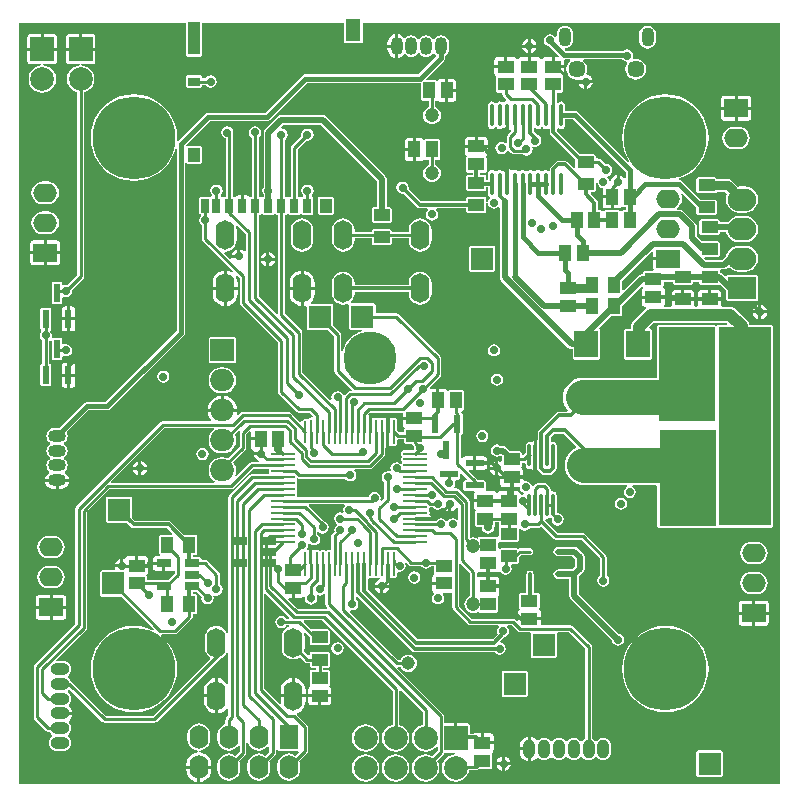
<source format=gbl>
G04*
G04 #@! TF.GenerationSoftware,Altium Limited,Altium Designer,19.1.1 (5)*
G04*
G04 Layer_Physical_Order=4*
G04 Layer_Color=16711680*
%FSLAX25Y25*%
%MOIN*%
G70*
G01*
G75*
%ADD12C,0.01000*%
%ADD17R,0.04000X0.05500*%
%ADD18R,0.05500X0.04000*%
%ADD19R,0.05512X0.04331*%
%ADD20R,0.04331X0.05512*%
%ADD24R,0.06299X0.02362*%
%ADD29R,0.07874X0.09000*%
%ADD32O,0.01378X0.07874*%
%ADD33R,0.05118X0.02756*%
%ADD77C,0.01181*%
%ADD78C,0.01575*%
%ADD79C,0.02000*%
%ADD80C,0.01500*%
%ADD81C,0.03000*%
%ADD83C,0.04000*%
%ADD85C,0.01200*%
%ADD87C,0.07874*%
%ADD88R,0.07874X0.07874*%
%ADD89R,0.07480X0.07480*%
%ADD90R,0.07480X0.07480*%
%ADD91C,0.13780*%
%ADD92C,0.27559*%
%ADD93O,0.07874X0.06299*%
%ADD94R,0.07874X0.06299*%
%ADD95O,0.06299X0.09843*%
%ADD96O,0.05906X0.04134*%
%ADD97O,0.06299X0.07874*%
%ADD98R,0.06299X0.07874*%
%ADD99O,0.06299X0.04134*%
%ADD100O,0.09449X0.07480*%
%ADD101R,0.09449X0.07480*%
%ADD102O,0.04134X0.05906*%
%ADD103O,0.04331X0.06299*%
%ADD104C,0.05709*%
%ADD105C,0.04724*%
%ADD106O,0.04134X0.06299*%
%ADD107C,0.17717*%
%ADD108O,0.07874X0.07480*%
%ADD109R,0.07874X0.07480*%
%ADD110R,0.07874X0.07874*%
%ADD111C,0.02800*%
%ADD112C,0.04500*%
%ADD113O,0.15748X0.47244*%
%ADD114R,0.17717X0.31496*%
%ADD115R,0.02362X0.06299*%
%ADD116R,0.02756X0.04724*%
%ADD117R,0.03937X0.04724*%
%ADD118R,0.03937X0.03150*%
%ADD119R,0.03937X0.11024*%
%ADD120R,0.05118X0.07480*%
%ADD121R,0.13200X0.04700*%
%ADD122O,0.01181X0.07874*%
%ADD123O,0.00984X0.08268*%
%ADD124O,0.00984X0.07500*%
%ADD125O,0.08268X0.00984*%
%ADD126C,0.11811*%
%ADD127C,0.01100*%
%ADD128C,0.03150*%
%ADD129C,0.03937*%
%ADD130R,0.15748X0.47244*%
%ADD131R,0.17300X0.66400*%
%ADD132R,0.18900X0.31200*%
%ADD133R,0.19000X0.32200*%
G36*
X215414Y-38249D02*
X-38249D01*
Y215414D01*
X17461D01*
Y204724D01*
X17651Y204265D01*
X18110Y204075D01*
X22047D01*
X22506Y204265D01*
X22697Y204724D01*
Y215414D01*
X70020D01*
Y209252D01*
X70210Y208793D01*
X70669Y208602D01*
X75787D01*
X76247Y208793D01*
X76437Y209252D01*
Y215414D01*
X215414D01*
Y-38249D01*
D02*
G37*
%LPC*%
G36*
X143701Y214403D02*
X142979Y214308D01*
X142306Y214030D01*
X141728Y213586D01*
X141285Y213009D01*
X141007Y212336D01*
X140911Y211614D01*
Y210955D01*
X140411Y210803D01*
X140222Y211088D01*
X139560Y211530D01*
X138779Y211685D01*
X137999Y211530D01*
X137338Y211088D01*
X136896Y210426D01*
X136740Y209646D01*
X136896Y208865D01*
X137338Y208204D01*
X137999Y207762D01*
X138326Y207697D01*
X141588Y204434D01*
X141397Y203972D01*
X140264D01*
Y201287D01*
X143539D01*
Y202953D01*
X143752Y203211D01*
X145327D01*
X145497Y202711D01*
X145174Y202464D01*
X144620Y201742D01*
X144272Y200902D01*
X144154Y200000D01*
X144272Y199098D01*
X144620Y198258D01*
X145174Y197536D01*
X145896Y196983D01*
X146736Y196634D01*
X147638Y196516D01*
X147864Y196546D01*
X148032Y196366D01*
X152938D01*
X152851Y196803D01*
X152321Y197596D01*
X151527Y198127D01*
X151058Y198220D01*
X150822Y198661D01*
X151003Y199098D01*
X151122Y200000D01*
X151003Y200902D01*
X150655Y201742D01*
X150101Y202464D01*
X149778Y202711D01*
X149948Y203211D01*
X162844D01*
X162928Y203086D01*
X163590Y202644D01*
X164264Y202509D01*
X164452Y202201D01*
X164508Y202006D01*
X164306Y201742D01*
X163958Y200902D01*
X163839Y200000D01*
X163958Y199098D01*
X164306Y198258D01*
X164859Y197536D01*
X165581Y196983D01*
X166421Y196634D01*
X167323Y196516D01*
X168225Y196634D01*
X169065Y196983D01*
X169787Y197536D01*
X170340Y198258D01*
X170688Y199098D01*
X170807Y200000D01*
X170688Y200902D01*
X170340Y201742D01*
X169787Y202464D01*
X169065Y203017D01*
X168225Y203365D01*
X167323Y203484D01*
X166618Y203391D01*
X166438Y203567D01*
X166284Y203785D01*
X166270Y203827D01*
X166409Y204528D01*
X166254Y205308D01*
X165812Y205970D01*
X165150Y206412D01*
X164370Y206567D01*
X163590Y206412D01*
X163034Y206041D01*
X143983D01*
X143625Y206399D01*
X143854Y206877D01*
X144423Y206951D01*
X145095Y207230D01*
X145673Y207673D01*
X146116Y208251D01*
X146395Y208924D01*
X146490Y209646D01*
Y211614D01*
X146395Y212336D01*
X146116Y213009D01*
X145673Y213586D01*
X145095Y214030D01*
X144423Y214308D01*
X143701Y214403D01*
D02*
G37*
G36*
X132390Y210025D02*
Y208177D01*
X134237D01*
X134151Y208614D01*
X133620Y209407D01*
X132826Y209938D01*
X132390Y210025D01*
D02*
G37*
G36*
X131390D02*
X130953Y209938D01*
X130159Y209407D01*
X129629Y208614D01*
X129542Y208177D01*
X131390D01*
Y210025D01*
D02*
G37*
G36*
X87098Y211591D02*
X86798Y211551D01*
X86052Y211242D01*
X85411Y210750D01*
X84920Y210110D01*
X84610Y209364D01*
X84505Y208563D01*
Y208177D01*
X87098D01*
Y211591D01*
D02*
G37*
G36*
X-13780Y211649D02*
X-17217D01*
Y207193D01*
X-12760D01*
Y210630D01*
X-12837Y211020D01*
X-13059Y211351D01*
X-13389Y211572D01*
X-13780Y211649D01*
D02*
G37*
G36*
X-26575D02*
X-30012D01*
Y207193D01*
X-25555D01*
Y210630D01*
X-25633Y211020D01*
X-25854Y211351D01*
X-26185Y211572D01*
X-26575Y211649D01*
D02*
G37*
G36*
X-18216D02*
X-21654D01*
X-22044Y211572D01*
X-22375Y211351D01*
X-22595Y211020D01*
X-22673Y210630D01*
Y207193D01*
X-18216D01*
Y211649D01*
D02*
G37*
G36*
X-31012D02*
X-34449D01*
X-34839Y211572D01*
X-35170Y211351D01*
X-35391Y211020D01*
X-35468Y210630D01*
Y207193D01*
X-31012D01*
Y211649D01*
D02*
G37*
G36*
X171260Y214403D02*
X170538Y214308D01*
X169865Y214030D01*
X169288Y213586D01*
X168844Y213009D01*
X168566Y212336D01*
X168471Y211614D01*
Y209646D01*
X168566Y208924D01*
X168844Y208251D01*
X169288Y207673D01*
X169865Y207230D01*
X170538Y206951D01*
X171260Y206856D01*
X171982Y206951D01*
X172654Y207230D01*
X173232Y207673D01*
X173676Y208251D01*
X173954Y208924D01*
X174049Y209646D01*
Y211614D01*
X173954Y212336D01*
X173676Y213009D01*
X173232Y213586D01*
X172654Y214030D01*
X171982Y214308D01*
X171260Y214403D01*
D02*
G37*
G36*
X134237Y207177D02*
X132390D01*
Y205330D01*
X132826Y205416D01*
X133620Y205947D01*
X134151Y206741D01*
X134237Y207177D01*
D02*
G37*
G36*
X131390D02*
X129542D01*
X129629Y206741D01*
X130159Y205947D01*
X130953Y205416D01*
X131390Y205330D01*
Y207177D01*
D02*
G37*
G36*
X87098Y207177D02*
X84505D01*
Y206791D01*
X84610Y205991D01*
X84920Y205245D01*
X85411Y204604D01*
X86052Y204112D01*
X86798Y203803D01*
X87098Y203764D01*
Y207177D01*
D02*
G37*
G36*
X139264Y203972D02*
X137008D01*
X136618Y203895D01*
X136287Y203674D01*
X136090Y203379D01*
X135827Y203350D01*
X135563Y203379D01*
X135367Y203674D01*
X135036Y203895D01*
X134646Y203972D01*
X132390D01*
Y200787D01*
X131390D01*
Y203972D01*
X129134D01*
X128744Y203895D01*
X128413Y203674D01*
X128216Y203379D01*
X127953Y203350D01*
X127689Y203379D01*
X127493Y203674D01*
X127162Y203895D01*
X126772Y203972D01*
X124516D01*
Y200787D01*
X124016D01*
Y200287D01*
X120240D01*
Y198622D01*
X120318Y198232D01*
X120539Y197901D01*
X120541Y197900D01*
X120800Y197508D01*
X120692Y197243D01*
X120610Y197047D01*
Y192717D01*
X120801Y192257D01*
X121260Y192067D01*
X122589D01*
X122894Y191692D01*
X122979Y191263D01*
X123223Y190899D01*
X124131Y189990D01*
X123986Y189512D01*
X123849Y189485D01*
X123290Y189111D01*
X123266Y189075D01*
X122614Y188999D01*
X122452Y189108D01*
X121949Y189208D01*
X121446Y189108D01*
X121019Y188823D01*
X120970Y188749D01*
X120369D01*
X120319Y188823D01*
X119893Y189108D01*
X119390Y189208D01*
X118887Y189108D01*
X118461Y188823D01*
X118176Y188397D01*
X118076Y187894D01*
Y181398D01*
X118176Y180895D01*
X118461Y180468D01*
X118887Y180183D01*
X119390Y180083D01*
X119893Y180183D01*
X120319Y180468D01*
X120369Y180543D01*
X120970D01*
X121019Y180468D01*
X121446Y180183D01*
X121949Y180083D01*
X122452Y180183D01*
X122614Y180292D01*
X123266Y180217D01*
X123290Y180180D01*
X123849Y179807D01*
X124008Y179775D01*
Y184646D01*
X125008D01*
Y179775D01*
X125167Y179807D01*
X125381Y179950D01*
X125823Y179727D01*
X125867Y179269D01*
X124682Y178084D01*
X124439Y177720D01*
X124353Y177291D01*
X124353Y177291D01*
Y175507D01*
X123853Y175268D01*
X123380Y175584D01*
X122600Y175739D01*
X121820Y175584D01*
X121158Y175142D01*
X120716Y174480D01*
X120561Y173700D01*
X120716Y172920D01*
X121158Y172258D01*
X121820Y171816D01*
X122600Y171661D01*
X123380Y171816D01*
X124042Y172258D01*
X124365Y172742D01*
X124875Y172854D01*
X124977Y172837D01*
X125888Y171926D01*
X126252Y171683D01*
X126681Y171597D01*
X126681Y171597D01*
X128979D01*
X128979Y171597D01*
X129408Y171683D01*
X129430Y171697D01*
X129597D01*
X130125Y171344D01*
X130905Y171189D01*
X131686Y171344D01*
X132347Y171786D01*
X132790Y172448D01*
X132945Y173228D01*
X132815Y173878D01*
X132905Y174021D01*
X133065Y174181D01*
X133208Y174271D01*
X133858Y174142D01*
X134639Y174297D01*
X135300Y174739D01*
X135742Y175401D01*
X135898Y176181D01*
X135742Y176962D01*
X135300Y177623D01*
X134750Y177991D01*
X134723Y178031D01*
X133409Y179345D01*
Y180184D01*
X133569Y180296D01*
X133909Y180406D01*
X134241Y180183D01*
X134744Y180083D01*
X135247Y180183D01*
X135673Y180468D01*
X135723Y180543D01*
X136324D01*
X136374Y180468D01*
X136800Y180183D01*
X137303Y180083D01*
X137806Y180183D01*
X138139Y180406D01*
X138478Y180296D01*
X138639Y180184D01*
Y178883D01*
X138732Y178415D01*
X138997Y178018D01*
X147191Y169824D01*
Y167254D01*
X146696Y167042D01*
X144566Y169172D01*
X144169Y169438D01*
X143701Y169531D01*
X141495D01*
X141027Y169438D01*
X140630Y169172D01*
X138997Y167539D01*
X138732Y167142D01*
X138639Y166674D01*
Y166272D01*
X138478Y166160D01*
X138139Y166051D01*
X137806Y166273D01*
X137303Y166373D01*
X136800Y166273D01*
X136374Y165988D01*
X136324Y165914D01*
X135723D01*
X135673Y165988D01*
X135247Y166273D01*
X134744Y166373D01*
X134241Y166273D01*
X133815Y165988D01*
X133765Y165914D01*
X133164D01*
X133114Y165988D01*
X132688Y166273D01*
X132185Y166373D01*
X131682Y166273D01*
X131256Y165988D01*
X131206Y165914D01*
X130605D01*
X130555Y165988D01*
X130129Y166273D01*
X129626Y166373D01*
X129123Y166273D01*
X128697Y165988D01*
X128647Y165914D01*
X128046D01*
X127996Y165988D01*
X127570Y166273D01*
X127067Y166373D01*
X126564Y166273D01*
X126402Y166165D01*
X125750Y166240D01*
X125725Y166277D01*
X125167Y166650D01*
X125008Y166682D01*
Y161811D01*
X124008D01*
Y166682D01*
X123849Y166650D01*
X123290Y166277D01*
X123266Y166240D01*
X122614Y166165D01*
X122452Y166273D01*
X121949Y166373D01*
X121446Y166273D01*
X121019Y165988D01*
X120970Y165914D01*
X120369D01*
X120319Y165988D01*
X119893Y166273D01*
X119390Y166373D01*
X118887Y166273D01*
X118461Y165988D01*
X118176Y165562D01*
X118076Y165059D01*
Y163034D01*
X117573D01*
Y164165D01*
X117382Y164624D01*
X116923Y164814D01*
X115397D01*
Y165492D01*
X116929D01*
X117388Y165682D01*
X117579Y166142D01*
Y170472D01*
X117497Y170669D01*
X117390Y170933D01*
X117648Y171325D01*
X117650Y171326D01*
X117871Y171657D01*
X117949Y172047D01*
Y173713D01*
X114173D01*
X110398D01*
Y172047D01*
X110475Y171657D01*
X110696Y171326D01*
X110698Y171325D01*
X110957Y170933D01*
X110849Y170669D01*
X110768Y170472D01*
Y166142D01*
X110958Y165682D01*
X111417Y165492D01*
X112950D01*
Y164814D01*
X111423D01*
X110964Y164624D01*
X110774Y164165D01*
Y160165D01*
X110964Y159705D01*
X111423Y159515D01*
X116923D01*
X117382Y159705D01*
X117573Y160165D01*
Y160587D01*
X118076D01*
Y158563D01*
X118176Y158060D01*
X118461Y157634D01*
X118607Y157536D01*
X118637Y156954D01*
X118195Y156292D01*
X118101Y155820D01*
X118073Y155678D01*
X117573Y155728D01*
Y156765D01*
X117382Y157224D01*
X116923Y157414D01*
X111423D01*
X110964Y157224D01*
X110774Y156765D01*
Y155988D01*
X95772D01*
X91584Y160175D01*
X91636Y160433D01*
X91480Y161213D01*
X91038Y161875D01*
X90377Y162317D01*
X89596Y162472D01*
X88816Y162317D01*
X88154Y161875D01*
X87712Y161213D01*
X87557Y160433D01*
X87712Y159653D01*
X88154Y158991D01*
X88816Y158549D01*
X89596Y158394D01*
X89854Y158445D01*
X94400Y153899D01*
X94797Y153634D01*
X95265Y153541D01*
X97852D01*
X98004Y153041D01*
X97967Y153017D01*
X97526Y152355D01*
X97370Y151575D01*
X97526Y150794D01*
X97967Y150133D01*
X98629Y149691D01*
X99410Y149536D01*
X100190Y149691D01*
X100851Y150133D01*
X101293Y150794D01*
X101449Y151575D01*
X101293Y152355D01*
X100851Y153017D01*
X100815Y153041D01*
X100967Y153541D01*
X110774D01*
Y152765D01*
X110964Y152305D01*
X111423Y152115D01*
X116923D01*
X117382Y152305D01*
X117573Y152765D01*
Y155296D01*
X118073Y155345D01*
X118101Y155204D01*
X118195Y154731D01*
X118637Y154070D01*
X119298Y153628D01*
X120079Y153473D01*
X120859Y153628D01*
X121469Y154035D01*
X121705Y153975D01*
X121969Y153840D01*
Y130597D01*
X122093Y129973D01*
X122447Y129444D01*
X144776Y107114D01*
X145305Y106761D01*
X145929Y106636D01*
X146291D01*
Y103768D01*
X146482Y103308D01*
X146941Y103118D01*
X154815D01*
X155274Y103308D01*
X155464Y103768D01*
Y112768D01*
X155274Y113227D01*
X155261Y113233D01*
X155163Y113723D01*
X159104Y117664D01*
X162196D01*
X162655Y117854D01*
X162846Y118313D01*
Y121168D01*
X169182Y127505D01*
X169734Y127377D01*
X169856Y127059D01*
X169753Y126903D01*
X169752Y126902D01*
X169530Y126571D01*
X169453Y126181D01*
Y124516D01*
X177004D01*
Y126181D01*
X176926Y126571D01*
X176705Y126902D01*
X176703Y126903D01*
X176445Y127295D01*
X176552Y127560D01*
X176634Y127756D01*
Y129037D01*
X179671D01*
Y128668D01*
X179862Y128209D01*
X180321Y128019D01*
X185821D01*
X186280Y128209D01*
X186470Y128668D01*
Y129037D01*
X188530D01*
Y128668D01*
X188720Y128209D01*
X189179Y128019D01*
X194679D01*
X195138Y128209D01*
X195249Y128231D01*
X197382Y126098D01*
Y123228D01*
X197572Y122769D01*
X198031Y122579D01*
X207480D01*
X207940Y122769D01*
X208130Y123228D01*
Y130709D01*
X207940Y131168D01*
X207480Y131358D01*
X198031D01*
X197572Y131168D01*
X197555Y131127D01*
X197065Y131029D01*
X196273Y131822D01*
X195743Y132176D01*
X195433Y132237D01*
X195322Y132728D01*
X195645Y133211D01*
X196850D01*
X197475Y133335D01*
X198004Y133689D01*
X198128Y133813D01*
X198627Y133780D01*
X198676Y133715D01*
X199583Y133020D01*
X200639Y132582D01*
X201772Y132433D01*
X203740D01*
X204873Y132582D01*
X205929Y133020D01*
X206836Y133715D01*
X207531Y134622D01*
X207969Y135678D01*
X208118Y136811D01*
X207969Y137944D01*
X207531Y139000D01*
X206836Y139906D01*
X205929Y140602D01*
X204873Y141039D01*
X203740Y141189D01*
X201772D01*
X200639Y141039D01*
X199583Y140602D01*
X198676Y139906D01*
X197980Y139000D01*
X197543Y137944D01*
X197528Y137827D01*
X196175Y136474D01*
X190636D01*
X190221Y136889D01*
X190412Y137351D01*
X194679D01*
X195138Y137542D01*
X195329Y138001D01*
Y142001D01*
X195138Y142460D01*
X194679Y142650D01*
X189381D01*
X187655Y144377D01*
Y147638D01*
X187531Y148262D01*
X187177Y148791D01*
X183240Y152728D01*
X182711Y153082D01*
X182087Y153206D01*
X181220D01*
X181050Y153706D01*
X181611Y154137D01*
X182212Y154920D01*
X182590Y155832D01*
X182719Y156811D01*
X182590Y157790D01*
X182393Y158264D01*
X182817Y158548D01*
X187545Y153820D01*
Y151879D01*
X187736Y151419D01*
X188195Y151229D01*
X193695D01*
X194154Y151419D01*
X194344Y151879D01*
Y155879D01*
X194154Y156338D01*
X193695Y156528D01*
X188838D01*
X182722Y162644D01*
X182264Y162950D01*
X181902Y163022D01*
X181851Y163542D01*
X183714Y164313D01*
X185643Y165496D01*
X187365Y166966D01*
X188835Y168687D01*
X190017Y170617D01*
X190883Y172708D01*
X191412Y174909D01*
X191589Y177165D01*
X191412Y179422D01*
X190883Y181623D01*
X190017Y183714D01*
X188835Y185644D01*
X187365Y187365D01*
X185643Y188835D01*
X183714Y190017D01*
X181623Y190883D01*
X179422Y191412D01*
X177165Y191589D01*
X174909Y191412D01*
X172708Y190883D01*
X170617Y190017D01*
X168687Y188835D01*
X166966Y187365D01*
X165496Y185644D01*
X164313Y183714D01*
X163447Y181623D01*
X162919Y179422D01*
X162741Y177165D01*
X162919Y174909D01*
X163447Y172708D01*
X164313Y170617D01*
X165152Y169248D01*
X164757Y168937D01*
X148047Y185646D01*
X147589Y185953D01*
X147047Y186060D01*
X143736D01*
Y187894D01*
X143635Y188397D01*
X143351Y188823D01*
X142924Y189108D01*
X142421Y189208D01*
X141918Y189108D01*
X141492Y188823D01*
X141442Y188749D01*
X141423Y188743D01*
X140936Y188891D01*
Y192067D01*
X142520D01*
X142979Y192257D01*
X143169Y192717D01*
Y197047D01*
X143088Y197243D01*
X142980Y197508D01*
X143239Y197900D01*
X143241Y197901D01*
X143462Y198232D01*
X143539Y198622D01*
Y200287D01*
X139764D01*
Y200787D01*
X139264D01*
Y203972D01*
D02*
G37*
G36*
X123516D02*
X121260D01*
X120870Y203895D01*
X120539Y203674D01*
X120318Y203343D01*
X120240Y202953D01*
Y201287D01*
X123516D01*
Y203972D01*
D02*
G37*
G36*
X22047Y198090D02*
X18110D01*
X17651Y197900D01*
X17461Y197441D01*
Y194291D01*
X17651Y193832D01*
X18110Y193642D01*
X22047D01*
X22506Y193832D01*
X22697Y194291D01*
Y194745D01*
X23934D01*
X24149Y194424D01*
X24810Y193982D01*
X25591Y193827D01*
X26371Y193982D01*
X27033Y194424D01*
X27474Y195086D01*
X27630Y195866D01*
X27474Y196646D01*
X27033Y197308D01*
X26371Y197750D01*
X25591Y197905D01*
X24810Y197750D01*
X24149Y197308D01*
X23935Y196988D01*
X22697D01*
Y197441D01*
X22506Y197900D01*
X22047Y198090D01*
D02*
G37*
G36*
X152938Y195366D02*
X151091D01*
Y193519D01*
X151527Y193605D01*
X152321Y194136D01*
X152851Y194930D01*
X152938Y195366D01*
D02*
G37*
G36*
X150091D02*
X148243D01*
X148330Y194930D01*
X148860Y194136D01*
X149654Y193605D01*
X150091Y193519D01*
Y195366D01*
D02*
G37*
G36*
X106496Y196689D02*
X104831D01*
Y193413D01*
X107516D01*
Y195669D01*
X107438Y196060D01*
X107217Y196390D01*
X106886Y196611D01*
X106496Y196689D01*
D02*
G37*
G36*
X-25555Y206193D02*
X-30512D01*
X-35468D01*
Y202756D01*
X-35391Y202366D01*
X-35170Y202035D01*
X-34839Y201814D01*
X-34449Y201736D01*
X-30793D01*
X-30761Y201236D01*
X-31696Y201113D01*
X-32800Y200656D01*
X-33748Y199929D01*
X-34475Y198981D01*
X-34932Y197877D01*
X-35088Y196693D01*
X-34932Y195509D01*
X-34475Y194405D01*
X-33748Y193457D01*
X-32800Y192730D01*
X-31696Y192273D01*
X-30512Y192117D01*
X-29327Y192273D01*
X-28224Y192730D01*
X-27276Y193457D01*
X-26549Y194405D01*
X-26092Y195509D01*
X-25936Y196693D01*
X-26092Y197877D01*
X-26549Y198981D01*
X-27276Y199929D01*
X-28224Y200656D01*
X-29327Y201113D01*
X-30263Y201236D01*
X-30230Y201736D01*
X-26575D01*
X-26185Y201814D01*
X-25854Y202035D01*
X-25633Y202366D01*
X-25555Y202756D01*
Y206193D01*
D02*
G37*
G36*
X107516Y192413D02*
X104831D01*
Y189138D01*
X106496D01*
X106886Y189216D01*
X107217Y189436D01*
X107438Y189767D01*
X107516Y190157D01*
Y192413D01*
D02*
G37*
G36*
X88099Y211591D02*
Y207677D01*
Y203764D01*
X88399Y203803D01*
X89145Y204112D01*
X89786Y204604D01*
X89996Y204878D01*
X90616Y204889D01*
X90629Y204881D01*
X91175Y204462D01*
X91824Y204193D01*
X92520Y204101D01*
X93216Y204193D01*
X93865Y204462D01*
X94422Y204889D01*
X94679Y205225D01*
X94704Y205238D01*
X95257D01*
X95281Y205225D01*
X95539Y204889D01*
X96096Y204462D01*
X96745Y204193D01*
X97441Y204101D01*
X98137Y204193D01*
X98786Y204462D01*
X99343Y204889D01*
X99601Y205225D01*
X99625Y205238D01*
X100178D01*
X100202Y205225D01*
X100460Y204889D01*
X100711Y204696D01*
X100747Y204072D01*
X94902Y198227D01*
X57087D01*
X56560Y198122D01*
X56113Y197824D01*
X56113Y197824D01*
X43721Y185432D01*
X24872D01*
X24345Y185327D01*
X23899Y185028D01*
X14831Y175960D01*
X14612Y176001D01*
X14345Y176161D01*
X14424Y177165D01*
X14246Y179422D01*
X13718Y181623D01*
X12852Y183714D01*
X11669Y185644D01*
X10199Y187365D01*
X8478Y188835D01*
X6548Y190017D01*
X4457Y190883D01*
X2256Y191412D01*
X-0Y191589D01*
X-2256Y191412D01*
X-4457Y190883D01*
X-6548Y190017D01*
X-8478Y188835D01*
X-10199Y187365D01*
X-11669Y185644D01*
X-12852Y183714D01*
X-13718Y181623D01*
X-14246Y179422D01*
X-14424Y177165D01*
X-14246Y174909D01*
X-13718Y172708D01*
X-12852Y170617D01*
X-11669Y168687D01*
X-10199Y166966D01*
X-8478Y165496D01*
X-6548Y164313D01*
X-4457Y163447D01*
X-2256Y162919D01*
X-0Y162741D01*
X2256Y162919D01*
X4457Y163447D01*
X6548Y164313D01*
X8478Y165496D01*
X10199Y166966D01*
X11669Y168687D01*
X12852Y170617D01*
X13718Y172708D01*
X13872Y173348D01*
X14372Y173289D01*
Y112775D01*
X-9428Y88975D01*
X-15748D01*
X-16275Y88870D01*
X-16721Y88572D01*
X-24847Y80446D01*
X-26476D01*
X-27172Y80354D01*
X-27821Y80085D01*
X-28378Y79658D01*
X-28806Y79101D01*
X-29075Y78452D01*
X-29166Y77756D01*
X-29075Y77060D01*
X-28806Y76411D01*
X-28378Y75854D01*
X-28043Y75596D01*
X-28030Y75572D01*
Y75019D01*
X-28043Y74994D01*
X-28378Y74737D01*
X-28806Y74180D01*
X-29075Y73531D01*
X-29166Y72835D01*
X-29075Y72138D01*
X-28806Y71490D01*
X-28378Y70933D01*
X-28043Y70675D01*
X-28030Y70650D01*
Y70098D01*
X-28043Y70073D01*
X-28378Y69815D01*
X-28806Y69258D01*
X-29075Y68610D01*
X-29166Y67913D01*
X-29075Y67217D01*
X-28806Y66568D01*
X-28387Y66022D01*
X-28378Y66010D01*
X-28390Y65390D01*
X-28664Y65180D01*
X-29155Y64539D01*
X-29464Y63793D01*
X-29504Y63492D01*
X-25591D01*
X-21677D01*
X-21717Y63793D01*
X-22026Y64539D01*
X-22517Y65180D01*
X-22791Y65390D01*
X-22803Y66010D01*
X-22794Y66022D01*
X-22375Y66568D01*
X-22106Y67217D01*
X-22015Y67913D01*
X-22106Y68610D01*
X-22375Y69258D01*
X-22803Y69815D01*
X-23138Y70073D01*
X-23151Y70098D01*
Y70650D01*
X-23138Y70675D01*
X-22803Y70933D01*
X-22375Y71490D01*
X-22106Y72138D01*
X-22015Y72835D01*
X-22106Y73531D01*
X-22375Y74180D01*
X-22803Y74737D01*
X-23138Y74994D01*
X-23151Y75019D01*
Y75572D01*
X-23138Y75596D01*
X-22803Y75854D01*
X-22375Y76411D01*
X-22106Y77060D01*
X-22015Y77756D01*
X-22106Y78452D01*
X-22353Y79047D01*
X-15178Y86222D01*
X-8858D01*
X-8331Y86327D01*
X-7885Y86625D01*
X16721Y111231D01*
X17020Y111678D01*
X17124Y112205D01*
Y168600D01*
X17625Y168699D01*
X17651Y168635D01*
X18110Y168445D01*
X22047D01*
X22506Y168635D01*
X22697Y169095D01*
Y173819D01*
X22506Y174278D01*
X22047Y174468D01*
X18110D01*
X17818Y174347D01*
X17535Y174771D01*
X25442Y182679D01*
X44291D01*
X44818Y182783D01*
X45265Y183082D01*
X57657Y195474D01*
X95472D01*
X95610Y195361D01*
Y190157D01*
X95801Y189698D01*
X96260Y189508D01*
X98288D01*
Y187387D01*
X97916Y187233D01*
X97297Y186758D01*
X96822Y186140D01*
X96524Y185419D01*
X96422Y184646D01*
X96524Y183872D01*
X96822Y183152D01*
X97297Y182533D01*
X97916Y182058D01*
X98636Y181760D01*
X99410Y181658D01*
X100183Y181760D01*
X100903Y182058D01*
X101522Y182533D01*
X101997Y183152D01*
X102295Y183872D01*
X102397Y184646D01*
X102295Y185419D01*
X101997Y186140D01*
X101522Y186758D01*
X100903Y187233D01*
X100531Y187387D01*
Y189508D01*
X100591D01*
X100787Y189589D01*
X101051Y189697D01*
X101443Y189438D01*
X101444Y189436D01*
X101775Y189216D01*
X102165Y189138D01*
X103831D01*
Y192913D01*
Y196689D01*
X102165D01*
X101775Y196611D01*
X101444Y196390D01*
X101443Y196388D01*
X101051Y196130D01*
X100787Y196238D01*
X100591Y196319D01*
X97541D01*
X97349Y196781D01*
X103335Y202767D01*
X103634Y203213D01*
X103739Y203740D01*
Y204486D01*
X104264Y204889D01*
X104692Y205446D01*
X104960Y206095D01*
X105052Y206791D01*
Y208563D01*
X104960Y209259D01*
X104692Y209908D01*
X104264Y210465D01*
X103707Y210893D01*
X103058Y211161D01*
X102362Y211253D01*
X101666Y211161D01*
X101017Y210893D01*
X100460Y210465D01*
X100202Y210129D01*
X100178Y210117D01*
X99625D01*
X99601Y210129D01*
X99343Y210465D01*
X98786Y210893D01*
X98137Y211161D01*
X97441Y211253D01*
X96745Y211161D01*
X96096Y210893D01*
X95539Y210465D01*
X95281Y210129D01*
X95257Y210117D01*
X94704D01*
X94679Y210129D01*
X94422Y210465D01*
X93865Y210893D01*
X93216Y211161D01*
X92520Y211253D01*
X91824Y211161D01*
X91175Y210893D01*
X90629Y210473D01*
X90616Y210465D01*
X89996Y210476D01*
X89786Y210750D01*
X89145Y211242D01*
X88399Y211551D01*
X88099Y211591D01*
D02*
G37*
G36*
X204725Y191177D02*
X201288D01*
Y187508D01*
X205744D01*
Y190157D01*
X205666Y190548D01*
X205445Y190878D01*
X205115Y191100D01*
X204725Y191177D01*
D02*
G37*
G36*
X200288D02*
X196851D01*
X196460Y191100D01*
X196130Y190878D01*
X195908Y190548D01*
X195831Y190157D01*
Y187508D01*
X200288D01*
Y191177D01*
D02*
G37*
G36*
X205744Y186508D02*
X201288D01*
Y182839D01*
X204725D01*
X205115Y182916D01*
X205445Y183137D01*
X205666Y183468D01*
X205744Y183858D01*
Y186508D01*
D02*
G37*
G36*
X200288D02*
X195831D01*
Y183858D01*
X195908Y183468D01*
X196130Y183137D01*
X196460Y182916D01*
X196851Y182839D01*
X200288D01*
Y186508D01*
D02*
G37*
G36*
X116929Y177398D02*
X114673D01*
Y174713D01*
X117949D01*
Y176378D01*
X117871Y176768D01*
X117650Y177099D01*
X117319Y177320D01*
X116929Y177398D01*
D02*
G37*
G36*
X113673D02*
X111417D01*
X111027Y177320D01*
X110696Y177099D01*
X110475Y176768D01*
X110398Y176378D01*
Y174713D01*
X113673D01*
Y177398D01*
D02*
G37*
G36*
X93004Y177004D02*
X91339D01*
X90948Y176926D01*
X90618Y176705D01*
X90397Y176374D01*
X90319Y175984D01*
Y173728D01*
X93004D01*
Y177004D01*
D02*
G37*
G36*
X201575Y180790D02*
X200000D01*
X199021Y180661D01*
X198109Y180283D01*
X197326Y179682D01*
X196725Y178899D01*
X196347Y177987D01*
X196218Y177008D01*
X196347Y176029D01*
X196725Y175117D01*
X197326Y174334D01*
X198109Y173733D01*
X199021Y173355D01*
X200000Y173226D01*
X201575D01*
X202554Y173355D01*
X203466Y173733D01*
X204249Y174334D01*
X204850Y175117D01*
X205228Y176029D01*
X205357Y177008D01*
X205228Y177987D01*
X204850Y178899D01*
X204249Y179682D01*
X203466Y180283D01*
X202554Y180661D01*
X201575Y180790D01*
D02*
G37*
G36*
X93004Y172728D02*
X90319D01*
Y170472D01*
X90397Y170082D01*
X90618Y169752D01*
X90948Y169530D01*
X91339Y169453D01*
X93004D01*
Y172728D01*
D02*
G37*
G36*
X95669Y177004D02*
X94004D01*
Y173228D01*
Y169453D01*
X95669D01*
X96060Y169530D01*
X96390Y169752D01*
X96391Y169753D01*
X96783Y170012D01*
X97048Y169904D01*
X97244Y169823D01*
X98288D01*
Y168096D01*
X97916Y167942D01*
X97297Y167467D01*
X96822Y166848D01*
X96524Y166128D01*
X96422Y165354D01*
X96524Y164581D01*
X96822Y163860D01*
X97297Y163242D01*
X97916Y162767D01*
X98636Y162468D01*
X99410Y162367D01*
X100183Y162468D01*
X100903Y162767D01*
X101522Y163242D01*
X101997Y163860D01*
X102295Y164581D01*
X102397Y165354D01*
X102295Y166128D01*
X101997Y166848D01*
X101522Y167467D01*
X100903Y167942D01*
X100531Y168096D01*
Y169823D01*
X101575D01*
X102034Y170013D01*
X102224Y170472D01*
Y175984D01*
X102034Y176444D01*
X101575Y176634D01*
X97244D01*
X97048Y176552D01*
X96783Y176444D01*
X96391Y176703D01*
X96390Y176705D01*
X96060Y176926D01*
X95669Y177004D01*
D02*
G37*
G36*
X-28740Y162562D02*
X-30315D01*
X-31294Y162433D01*
X-32206Y162055D01*
X-32989Y161454D01*
X-33590Y160670D01*
X-33968Y159758D01*
X-34097Y158780D01*
X-33968Y157801D01*
X-33590Y156889D01*
X-32989Y156105D01*
X-32206Y155504D01*
X-31294Y155127D01*
X-30315Y154998D01*
X-28740D01*
X-27761Y155127D01*
X-26849Y155504D01*
X-26066Y156105D01*
X-25465Y156889D01*
X-25087Y157801D01*
X-24958Y158780D01*
X-25087Y159758D01*
X-25465Y160670D01*
X-26066Y161454D01*
X-26849Y162055D01*
X-27761Y162433D01*
X-28740Y162562D01*
D02*
G37*
G36*
X193695Y163928D02*
X188195D01*
X187736Y163738D01*
X187545Y163279D01*
Y159279D01*
X187736Y158819D01*
X188195Y158629D01*
X193695D01*
X194154Y158819D01*
X194286Y159138D01*
X197086D01*
X197851Y158373D01*
X197543Y157629D01*
X197394Y156496D01*
X197543Y155363D01*
X197980Y154307D01*
X198676Y153401D01*
X199583Y152705D01*
X200639Y152268D01*
X201772Y152119D01*
X203740D01*
X204873Y152268D01*
X205929Y152705D01*
X206836Y153401D01*
X207531Y154307D01*
X207969Y155363D01*
X208118Y156496D01*
X207969Y157629D01*
X207531Y158685D01*
X206836Y159592D01*
X205929Y160287D01*
X204873Y160725D01*
X203740Y160874D01*
X201772D01*
X201449Y160831D01*
X199487Y162793D01*
X198793Y163257D01*
X197973Y163420D01*
X194286D01*
X194154Y163738D01*
X193695Y163928D01*
D02*
G37*
G36*
X65945Y157539D02*
X62008D01*
X61549Y157349D01*
X61358Y156890D01*
Y152165D01*
X61549Y151706D01*
X62008Y151516D01*
X65945D01*
X66404Y151706D01*
X66594Y152165D01*
Y156890D01*
X66404Y157349D01*
X65945Y157539D01*
D02*
G37*
G36*
X203740Y151031D02*
X201772D01*
X200639Y150882D01*
X199583Y150445D01*
X198676Y149749D01*
X198126Y149032D01*
X195329D01*
Y149401D01*
X195138Y149860D01*
X194679Y150050D01*
X189179D01*
X188720Y149860D01*
X188530Y149401D01*
Y145401D01*
X188720Y144942D01*
X189179Y144751D01*
X194679D01*
X195138Y144942D01*
X195329Y145401D01*
Y145770D01*
X197510D01*
X197543Y145520D01*
X197980Y144465D01*
X198676Y143558D01*
X199583Y142862D01*
X200639Y142425D01*
X201772Y142276D01*
X203740D01*
X204873Y142425D01*
X205929Y142862D01*
X206836Y143558D01*
X207531Y144465D01*
X207969Y145520D01*
X208118Y146653D01*
X207969Y147787D01*
X207531Y148842D01*
X206836Y149749D01*
X205929Y150445D01*
X204873Y150882D01*
X203740Y151031D01*
D02*
G37*
G36*
X62992Y184702D02*
X49213D01*
X48588Y184578D01*
X48059Y184224D01*
X43728Y179894D01*
X43375Y179365D01*
X43251Y178740D01*
Y160607D01*
X42998Y160229D01*
X42843Y159449D01*
X42998Y158668D01*
X43251Y158291D01*
Y157434D01*
X43045Y157349D01*
X42987Y157210D01*
X42446D01*
X42388Y157349D01*
X41929Y157539D01*
X41673D01*
Y177345D01*
X41842Y177458D01*
X42284Y178120D01*
X42439Y178900D01*
X42284Y179680D01*
X41842Y180342D01*
X41180Y180784D01*
X40400Y180939D01*
X39620Y180784D01*
X38958Y180342D01*
X38516Y179680D01*
X38361Y178900D01*
X38516Y178120D01*
X38958Y177458D01*
X39430Y177143D01*
Y157539D01*
X39173D01*
X38977Y157458D01*
X38712Y157350D01*
X38321Y157609D01*
X38319Y157611D01*
X37989Y157832D01*
X37598Y157909D01*
X36720D01*
Y154527D01*
X35721D01*
Y157909D01*
X34843D01*
X34452Y157832D01*
X34122Y157611D01*
X34120Y157609D01*
X33729Y157350D01*
X33464Y157458D01*
X33268Y157539D01*
X33011D01*
Y177948D01*
X33085Y178058D01*
X33240Y178839D01*
X33085Y179619D01*
X32643Y180280D01*
X31981Y180722D01*
X31201Y180878D01*
X30420Y180722D01*
X29759Y180280D01*
X29317Y179619D01*
X29162Y178839D01*
X29317Y178058D01*
X29759Y177397D01*
X30420Y176955D01*
X30768Y176885D01*
Y157539D01*
X30512D01*
X30053Y157349D01*
X29995Y157210D01*
X29454D01*
X29396Y157349D01*
X29100Y157472D01*
X28997Y157978D01*
X29001Y158007D01*
X29443Y158668D01*
X29598Y159449D01*
X29443Y160229D01*
X29001Y160891D01*
X28339Y161333D01*
X27559Y161488D01*
X26779Y161333D01*
X26117Y160891D01*
X25675Y160229D01*
X25520Y159449D01*
X25675Y158668D01*
X26045Y158115D01*
X25918Y157584D01*
X25563Y157405D01*
X25250Y157517D01*
X25197Y157539D01*
X22441D01*
X21982Y157349D01*
X21791Y156890D01*
Y152165D01*
X21982Y151706D01*
X22278Y151583D01*
X22381Y151077D01*
X22377Y151048D01*
X21935Y150387D01*
X21780Y149606D01*
X21935Y148826D01*
X22377Y148164D01*
X22697Y147950D01*
Y143482D01*
X22697Y143482D01*
X22783Y143053D01*
X23026Y142689D01*
X33102Y132614D01*
X32771Y132237D01*
X32604Y132365D01*
X31595Y132783D01*
X31012Y132860D01*
Y127469D01*
X34697D01*
Y128740D01*
X34554Y129824D01*
X34136Y130833D01*
X34008Y131000D01*
X34385Y131330D01*
X35296Y130420D01*
Y122047D01*
X35296Y122047D01*
X35381Y121618D01*
X35624Y121254D01*
X48091Y108787D01*
Y92520D01*
X48091Y92520D01*
X48176Y92090D01*
X48419Y91727D01*
X54325Y85821D01*
X54325Y85821D01*
X54689Y85578D01*
X55118Y85493D01*
X58591D01*
X59578Y84506D01*
X59620Y84231D01*
X59507Y83869D01*
X59402Y83820D01*
X59055Y83889D01*
X58629Y83804D01*
X58268Y83563D01*
X58226Y83500D01*
X57937Y83236D01*
X57585Y83372D01*
X57513Y83420D01*
X57087Y83505D01*
X56661Y83420D01*
X56299Y83179D01*
X56058Y82818D01*
X56005Y82551D01*
X55514Y82335D01*
X52410Y85439D01*
X52046Y85682D01*
X51617Y85767D01*
X51617Y85767D01*
X36276D01*
X36276Y85767D01*
X35847Y85682D01*
X35483Y85439D01*
X35483Y85439D01*
X34727Y84683D01*
X34303Y84966D01*
X34343Y85062D01*
X34440Y85799D01*
X29528D01*
X24615D01*
X24713Y85062D01*
X25190Y83909D01*
X25826Y83081D01*
X25611Y82581D01*
X9609D01*
X9609Y82581D01*
X9179Y82495D01*
X8816Y82252D01*
X8816Y82252D01*
X-19125Y54311D01*
X-19368Y53947D01*
X-19454Y53518D01*
X-19454Y53518D01*
Y15032D01*
X-32905Y1581D01*
X-33148Y1217D01*
X-33233Y788D01*
X-33233Y788D01*
Y-16116D01*
X-33233Y-16116D01*
X-33148Y-16546D01*
X-32905Y-16910D01*
X-29336Y-20478D01*
X-29336Y-20478D01*
X-28973Y-20721D01*
X-28543Y-20807D01*
X-28543Y-20807D01*
X-28111D01*
X-28019Y-21030D01*
X-27591Y-21587D01*
X-27255Y-21845D01*
X-27243Y-21869D01*
Y-22422D01*
X-27255Y-22446D01*
X-27591Y-22704D01*
X-28019Y-23261D01*
X-28287Y-23910D01*
X-28379Y-24606D01*
X-28287Y-25302D01*
X-28019Y-25951D01*
X-27591Y-26508D01*
X-27034Y-26936D01*
X-26385Y-27204D01*
X-25689Y-27296D01*
X-23524D01*
X-22827Y-27204D01*
X-22179Y-26936D01*
X-21621Y-26508D01*
X-21194Y-25951D01*
X-20925Y-25302D01*
X-20834Y-24606D01*
X-20925Y-23910D01*
X-21194Y-23261D01*
X-21621Y-22704D01*
X-21957Y-22446D01*
X-21970Y-22422D01*
Y-21869D01*
X-21957Y-21845D01*
X-21621Y-21587D01*
X-21194Y-21030D01*
X-20925Y-20381D01*
X-20834Y-19685D01*
X-20925Y-18989D01*
X-21194Y-18340D01*
X-21613Y-17794D01*
X-21621Y-17781D01*
X-21610Y-17161D01*
X-21336Y-16951D01*
X-20845Y-16311D01*
X-20536Y-15564D01*
X-20496Y-15264D01*
X-24606D01*
Y-14264D01*
X-20496D01*
X-20536Y-13963D01*
X-20845Y-13217D01*
X-21336Y-12576D01*
X-21610Y-12366D01*
X-21621Y-11746D01*
X-21613Y-11734D01*
X-21194Y-11187D01*
X-20925Y-10539D01*
X-20834Y-9842D01*
X-20925Y-9146D01*
X-21194Y-8497D01*
X-21621Y-7940D01*
X-21957Y-7683D01*
X-21970Y-7658D01*
Y-7106D01*
X-21957Y-7081D01*
X-21621Y-6823D01*
X-21191Y-6795D01*
X-10461Y-17525D01*
X-10461Y-17525D01*
X-10097Y-17768D01*
X-9668Y-17854D01*
X-9668Y-17854D01*
X6890D01*
X6890Y-17854D01*
X7319Y-17768D01*
X7683Y-17525D01*
X28715Y3507D01*
X29450Y3811D01*
X30233Y4412D01*
X30834Y5196D01*
X31040Y5692D01*
X31540Y5593D01*
Y-4637D01*
X31040Y-4806D01*
X30518Y-4127D01*
X29652Y-3462D01*
X28642Y-3044D01*
X28059Y-2967D01*
Y-8858D01*
Y-14750D01*
X28642Y-14673D01*
X29652Y-14255D01*
X30518Y-13589D01*
X31040Y-12910D01*
X31540Y-13080D01*
Y-15417D01*
X30860Y-16097D01*
X30617Y-16461D01*
X30532Y-16890D01*
X30532Y-16890D01*
Y-18256D01*
X29763Y-18575D01*
X28979Y-19176D01*
X28378Y-19959D01*
X28001Y-20871D01*
X27872Y-21850D01*
Y-23425D01*
X28001Y-24404D01*
X28378Y-25316D01*
X28979Y-26099D01*
X29763Y-26700D01*
X30675Y-27078D01*
X31653Y-27207D01*
X32632Y-27078D01*
X33544Y-26700D01*
X34328Y-26099D01*
X34796Y-25489D01*
X35296Y-25659D01*
Y-27409D01*
X33876Y-28829D01*
X33544Y-28575D01*
X32632Y-28197D01*
X31653Y-28068D01*
X30675Y-28197D01*
X29763Y-28575D01*
X28979Y-29176D01*
X28378Y-29959D01*
X28001Y-30871D01*
X27872Y-31850D01*
Y-33425D01*
X28001Y-34404D01*
X28378Y-35316D01*
X28979Y-36099D01*
X29763Y-36700D01*
X30675Y-37078D01*
X31653Y-37207D01*
X32632Y-37078D01*
X33544Y-36700D01*
X34328Y-36099D01*
X34929Y-35316D01*
X35307Y-34404D01*
X35436Y-33425D01*
Y-31850D01*
X35307Y-30871D01*
X35219Y-30659D01*
X37210Y-28667D01*
X37210Y-28667D01*
X37453Y-28303D01*
X37539Y-27874D01*
Y-24596D01*
X38039Y-24497D01*
X38378Y-25316D01*
X38979Y-26099D01*
X39763Y-26700D01*
X40675Y-27078D01*
X41653Y-27207D01*
X42632Y-27078D01*
X43545Y-26700D01*
X44328Y-26099D01*
X44666Y-25659D01*
X45166Y-25828D01*
Y-27539D01*
X43876Y-28829D01*
X43545Y-28575D01*
X42632Y-28197D01*
X41653Y-28068D01*
X40675Y-28197D01*
X39763Y-28575D01*
X38979Y-29176D01*
X38378Y-29959D01*
X38001Y-30871D01*
X37872Y-31850D01*
Y-33425D01*
X38001Y-34404D01*
X38378Y-35316D01*
X38979Y-36099D01*
X39763Y-36700D01*
X40675Y-37078D01*
X41653Y-37207D01*
X42632Y-37078D01*
X43545Y-36700D01*
X44328Y-36099D01*
X44929Y-35316D01*
X45307Y-34404D01*
X45436Y-33425D01*
Y-31850D01*
X45307Y-30871D01*
X45219Y-30659D01*
X47080Y-28797D01*
X47080Y-28797D01*
X47324Y-28433D01*
X47409Y-28004D01*
Y-26805D01*
X47909Y-26706D01*
X48045Y-27034D01*
X48504Y-27224D01*
X54774D01*
X54845Y-27304D01*
X55036Y-27669D01*
X53876Y-28829D01*
X53544Y-28575D01*
X52632Y-28197D01*
X51653Y-28068D01*
X50675Y-28197D01*
X49763Y-28575D01*
X48979Y-29176D01*
X48378Y-29959D01*
X48000Y-30871D01*
X47872Y-31850D01*
Y-33425D01*
X48000Y-34404D01*
X48378Y-35316D01*
X48979Y-36099D01*
X49763Y-36700D01*
X50675Y-37078D01*
X51653Y-37207D01*
X52632Y-37078D01*
X53544Y-36700D01*
X54328Y-36099D01*
X54929Y-35316D01*
X55307Y-34404D01*
X55436Y-33425D01*
Y-31850D01*
X55307Y-30871D01*
X55219Y-30659D01*
X57880Y-27998D01*
X57880Y-27998D01*
X58123Y-27634D01*
X58208Y-27205D01*
X58208Y-27204D01*
Y-19429D01*
X58208Y-19429D01*
X58123Y-18999D01*
X57880Y-18635D01*
X57880Y-18635D01*
X54379Y-15135D01*
X54476Y-14589D01*
X54494Y-14565D01*
X55242Y-14255D01*
X56109Y-13589D01*
X56774Y-12723D01*
X57192Y-11713D01*
X57335Y-10630D01*
Y-9358D01*
X48964D01*
Y-10630D01*
X49056Y-11330D01*
X48583Y-11564D01*
X43444Y-6425D01*
Y25016D01*
X43906Y25208D01*
X51782Y17332D01*
X51591Y16870D01*
X50869D01*
X50655Y17190D01*
X49993Y17632D01*
X49213Y17787D01*
X48432Y17632D01*
X47771Y17190D01*
X47329Y16528D01*
X47173Y15748D01*
X47329Y14968D01*
X47771Y14306D01*
X48432Y13864D01*
X49213Y13709D01*
X49993Y13864D01*
X50655Y14306D01*
X50869Y14627D01*
X51693D01*
X51793Y14127D01*
X51259Y13905D01*
X50475Y13304D01*
X49874Y12521D01*
X49496Y11609D01*
X49368Y10630D01*
Y7087D01*
X49496Y6108D01*
X49874Y5196D01*
X50475Y4412D01*
X51259Y3811D01*
X52171Y3434D01*
X53150Y3305D01*
X54128Y3434D01*
X55041Y3811D01*
X55372Y4066D01*
X57041Y2397D01*
X57041Y2397D01*
X57405Y2154D01*
X57834Y2068D01*
X57834Y2068D01*
X58608D01*
Y1190D01*
X58799Y730D01*
X59258Y540D01*
X60886D01*
Y-138D01*
X59252D01*
X58793Y-328D01*
X58602Y-787D01*
Y-5118D01*
X58684Y-5314D01*
X58792Y-5579D01*
X58533Y-5971D01*
X58531Y-5972D01*
X58310Y-6303D01*
X58232Y-6693D01*
Y-8358D01*
X65783D01*
Y-6693D01*
X65706Y-6303D01*
X65485Y-5972D01*
X65483Y-5971D01*
X65224Y-5579D01*
X65332Y-5314D01*
X65413Y-5118D01*
Y-787D01*
X65223Y-328D01*
X64764Y-138D01*
X63130D01*
Y540D01*
X64758D01*
X65217Y730D01*
X65407Y1190D01*
Y5190D01*
X65217Y5649D01*
X64758Y5839D01*
X59258D01*
X58799Y5649D01*
X58608Y5190D01*
Y4708D01*
X58108Y4501D01*
X56715Y5895D01*
X56803Y6108D01*
X56932Y7087D01*
Y10630D01*
X56803Y11609D01*
X56689Y11884D01*
X57112Y12168D01*
X58608Y10672D01*
Y8590D01*
X58799Y8130D01*
X59258Y7940D01*
X64758D01*
X65217Y8130D01*
X65407Y8590D01*
Y12590D01*
X65217Y13049D01*
X64758Y13239D01*
X59258D01*
X59226Y13226D01*
X56688Y15765D01*
X56879Y16227D01*
X62896D01*
X86319Y-7197D01*
Y-18518D01*
X86060Y-18552D01*
X84956Y-19009D01*
X84008Y-19737D01*
X83281Y-20684D01*
X82824Y-21788D01*
X82668Y-22973D01*
X82824Y-24157D01*
X83281Y-25260D01*
X84008Y-26208D01*
X84956Y-26935D01*
X86060Y-27393D01*
X87244Y-27549D01*
X88428Y-27393D01*
X89532Y-26935D01*
X90480Y-26208D01*
X91207Y-25260D01*
X91664Y-24157D01*
X91820Y-22973D01*
X91664Y-21788D01*
X91207Y-20684D01*
X90480Y-19737D01*
X89532Y-19009D01*
X88563Y-18608D01*
Y-7194D01*
X89062Y-6987D01*
X96319Y-14244D01*
Y-18518D01*
X96060Y-18552D01*
X94956Y-19009D01*
X94008Y-19737D01*
X93281Y-20684D01*
X92824Y-21788D01*
X92668Y-22973D01*
X92824Y-24157D01*
X93281Y-25260D01*
X94008Y-26208D01*
X94956Y-26935D01*
X96060Y-27393D01*
X97244Y-27549D01*
X98428Y-27393D01*
X99532Y-26935D01*
X100480Y-26208D01*
X100741Y-25868D01*
X101241Y-26038D01*
Y-27252D01*
X99497Y-28995D01*
X98428Y-28552D01*
X97244Y-28396D01*
X96060Y-28552D01*
X94956Y-29009D01*
X94008Y-29737D01*
X93281Y-30684D01*
X92824Y-31788D01*
X92668Y-32972D01*
X92824Y-34157D01*
X93281Y-35260D01*
X94008Y-36208D01*
X94956Y-36935D01*
X96060Y-37393D01*
X97244Y-37549D01*
X98428Y-37393D01*
X99532Y-36935D01*
X100480Y-36208D01*
X101207Y-35260D01*
X101664Y-34157D01*
X101820Y-32972D01*
X101664Y-31788D01*
X101207Y-30684D01*
X101109Y-30556D01*
X103155Y-28510D01*
X103155Y-28510D01*
X103398Y-28146D01*
X103442Y-27929D01*
X106962D01*
X106995Y-28429D01*
X106060Y-28552D01*
X104956Y-29009D01*
X104008Y-29737D01*
X103281Y-30684D01*
X102824Y-31788D01*
X102668Y-32972D01*
X102824Y-34157D01*
X103281Y-35260D01*
X104008Y-36208D01*
X104956Y-36935D01*
X106060Y-37393D01*
X107244Y-37549D01*
X108428Y-37393D01*
X109532Y-36935D01*
X110480Y-36208D01*
X111207Y-35260D01*
X111664Y-34157D01*
X111717Y-33759D01*
X114016D01*
X114016Y-33759D01*
X114445Y-33674D01*
X114809Y-33431D01*
X114913Y-33327D01*
X118898D01*
X119357Y-33136D01*
X119547Y-32677D01*
Y-28346D01*
X119466Y-28150D01*
X119358Y-27886D01*
X119617Y-27494D01*
X119619Y-27493D01*
X119840Y-27162D01*
X119917Y-26772D01*
Y-25106D01*
X116142D01*
Y-24606D01*
X115642D01*
Y-21421D01*
X113386D01*
X112996Y-21499D01*
X112701Y-21696D01*
X112517Y-21655D01*
X112201Y-21515D01*
Y-19035D01*
X112123Y-18645D01*
X111902Y-18315D01*
X111571Y-18093D01*
X111181Y-18016D01*
X107744D01*
Y-22973D01*
X106744D01*
Y-18016D01*
X103484D01*
Y-15748D01*
X103484Y-15748D01*
X103398Y-15319D01*
X103155Y-14955D01*
X87853Y347D01*
X88060Y847D01*
X88915D01*
X89046Y531D01*
X89503Y-64D01*
X90098Y-521D01*
X90791Y-808D01*
X91535Y-906D01*
X92279Y-808D01*
X92973Y-521D01*
X93568Y-64D01*
X94025Y531D01*
X94312Y1225D01*
X94410Y1969D01*
X94312Y2712D01*
X94025Y3406D01*
X93568Y4001D01*
X92973Y4458D01*
X92279Y4745D01*
X91535Y4843D01*
X90791Y4745D01*
X90098Y4458D01*
X89503Y4001D01*
X89046Y3406D01*
X88915Y3090D01*
X88063D01*
X71962Y19191D01*
X71981Y19284D01*
X72556Y19670D01*
X72835Y19614D01*
X73615Y19770D01*
X74277Y20212D01*
X74719Y20873D01*
X74874Y21654D01*
X74719Y22434D01*
X74277Y23096D01*
X73956Y23310D01*
Y24077D01*
X74418Y24268D01*
X92744Y5942D01*
X93138Y5678D01*
X93603Y5586D01*
X93603Y5586D01*
X120406D01*
X120558Y5358D01*
X121220Y4916D01*
X122000Y4761D01*
X122780Y4916D01*
X123442Y5358D01*
X123884Y6020D01*
X124039Y6800D01*
X123884Y7580D01*
X123442Y8242D01*
X122780Y8684D01*
X122403Y8759D01*
X122239Y9302D01*
X123722Y10785D01*
X123880Y10816D01*
X124542Y11258D01*
X124984Y11920D01*
X125139Y12700D01*
X124984Y13480D01*
X124552Y14127D01*
X124570Y14221D01*
X124717Y14627D01*
X125933D01*
X127885Y12674D01*
X128249Y12431D01*
X128678Y12345D01*
X128678Y12345D01*
X132020D01*
X132354Y11845D01*
X132310Y11740D01*
Y4260D01*
X132501Y3801D01*
X132960Y3610D01*
X140440D01*
X140899Y3801D01*
X141090Y4260D01*
Y11740D01*
X141046Y11845D01*
X141380Y12345D01*
X145068D01*
X150453Y6961D01*
Y-23070D01*
X150230Y-23162D01*
X149673Y-23590D01*
X149415Y-23926D01*
X149390Y-23938D01*
X148838D01*
X148813Y-23926D01*
X148556Y-23590D01*
X147998Y-23162D01*
X147350Y-22894D01*
X146653Y-22802D01*
X145957Y-22894D01*
X145308Y-23162D01*
X144751Y-23590D01*
X144494Y-23926D01*
X144469Y-23938D01*
X143916D01*
X143892Y-23926D01*
X143634Y-23590D01*
X143077Y-23162D01*
X142429Y-22894D01*
X141732Y-22802D01*
X141036Y-22894D01*
X140387Y-23162D01*
X139830Y-23590D01*
X139573Y-23926D01*
X139548Y-23938D01*
X138995D01*
X138971Y-23926D01*
X138713Y-23590D01*
X138156Y-23162D01*
X137507Y-22894D01*
X136811Y-22802D01*
X136115Y-22894D01*
X135466Y-23162D01*
X134920Y-23582D01*
X134907Y-23590D01*
X134287Y-23579D01*
X134077Y-23305D01*
X133436Y-22813D01*
X132690Y-22504D01*
X132390Y-22464D01*
Y-26575D01*
Y-30685D01*
X132690Y-30645D01*
X133436Y-30336D01*
X134077Y-29845D01*
X134287Y-29571D01*
X134907Y-29559D01*
X134920Y-29568D01*
X135466Y-29987D01*
X136115Y-30256D01*
X136811Y-30347D01*
X137507Y-30256D01*
X138156Y-29987D01*
X138713Y-29559D01*
X138971Y-29224D01*
X138995Y-29211D01*
X139548D01*
X139573Y-29224D01*
X139830Y-29559D01*
X140387Y-29987D01*
X141036Y-30256D01*
X141732Y-30347D01*
X142429Y-30256D01*
X143077Y-29987D01*
X143634Y-29559D01*
X143892Y-29224D01*
X143916Y-29211D01*
X144469D01*
X144494Y-29224D01*
X144751Y-29559D01*
X145308Y-29987D01*
X145957Y-30256D01*
X146653Y-30347D01*
X147350Y-30256D01*
X147998Y-29987D01*
X148556Y-29559D01*
X148813Y-29224D01*
X148838Y-29211D01*
X149390D01*
X149415Y-29224D01*
X149673Y-29559D01*
X150230Y-29987D01*
X150879Y-30256D01*
X151575Y-30347D01*
X152271Y-30256D01*
X152920Y-29987D01*
X153477Y-29559D01*
X153735Y-29223D01*
X153759Y-29211D01*
X154312D01*
X154336Y-29223D01*
X154594Y-29559D01*
X155151Y-29987D01*
X155800Y-30256D01*
X156496Y-30347D01*
X157192Y-30256D01*
X157841Y-29987D01*
X158398Y-29559D01*
X158826Y-29002D01*
X159094Y-28354D01*
X159186Y-27657D01*
Y-25492D01*
X159094Y-24796D01*
X158826Y-24147D01*
X158398Y-23590D01*
X157841Y-23162D01*
X157192Y-22894D01*
X156496Y-22802D01*
X155800Y-22894D01*
X155151Y-23162D01*
X154594Y-23590D01*
X154336Y-23926D01*
X154312Y-23938D01*
X153759D01*
X153735Y-23926D01*
X153477Y-23590D01*
X152920Y-23162D01*
X152696Y-23070D01*
Y7425D01*
X152696Y7425D01*
X152611Y7854D01*
X152368Y8218D01*
X152368Y8218D01*
X146326Y14260D01*
X145962Y14503D01*
X145533Y14589D01*
X145533Y14589D01*
X135665D01*
Y16232D01*
X128023D01*
X127652Y16079D01*
X127267Y16464D01*
X127216Y16541D01*
X126852Y16784D01*
X126423Y16870D01*
X112669D01*
X108405Y21134D01*
Y34971D01*
X108905Y35178D01*
X112067Y32016D01*
Y24395D01*
X111695Y24241D01*
X111076Y23766D01*
X110601Y23147D01*
X110303Y22427D01*
X110201Y21654D01*
X110303Y20880D01*
X110601Y20160D01*
X111076Y19541D01*
X111695Y19066D01*
X112416Y18768D01*
X113189Y18666D01*
X113962Y18768D01*
X114683Y19066D01*
X114702Y19081D01*
X114895Y19029D01*
X115354Y18839D01*
X120866D01*
X121325Y19029D01*
X121516Y19488D01*
Y23819D01*
X121434Y24015D01*
X121326Y24280D01*
X121585Y24671D01*
X121587Y24673D01*
X121808Y25003D01*
X121886Y25394D01*
Y27059D01*
X118110D01*
Y27559D01*
X117610D01*
Y30744D01*
X115354D01*
X114964Y30666D01*
X114811Y30564D01*
X114311Y30794D01*
Y32199D01*
X114811Y32428D01*
X114964Y32326D01*
X115354Y32248D01*
X117610D01*
Y35433D01*
X118610D01*
Y32248D01*
X120866D01*
X121256Y32326D01*
X121587Y32547D01*
X121635Y32618D01*
X121801Y32640D01*
X122206Y32573D01*
X122574Y32023D01*
X123235Y31581D01*
X124016Y31425D01*
X124796Y31581D01*
X125458Y32023D01*
X125900Y32684D01*
X126055Y33465D01*
X125900Y34245D01*
X125736Y34489D01*
X126004Y34989D01*
X127750D01*
X128209Y35179D01*
X128399Y35639D01*
Y37246D01*
X129205Y38052D01*
X132087D01*
X132516Y38137D01*
X132880Y38380D01*
X133123Y38744D01*
X133208Y39173D01*
X133123Y39602D01*
X132880Y39966D01*
X132516Y40209D01*
X132087Y40295D01*
X128740D01*
X128740Y40295D01*
X128311Y40209D01*
X128169Y40115D01*
X127750Y40288D01*
X122250D01*
X122016Y40191D01*
X121516Y40476D01*
Y42201D01*
X122016Y42486D01*
X122250Y42389D01*
X127750D01*
X128209Y42579D01*
X128399Y43039D01*
Y46595D01*
X128753Y46738D01*
X128899Y46769D01*
X129535Y46344D01*
X130315Y46189D01*
X131095Y46344D01*
X131757Y46786D01*
X131971Y47107D01*
X134744D01*
X134744Y47107D01*
X135173Y47192D01*
X135537Y47435D01*
X135827Y47725D01*
X140053Y43498D01*
X140417Y43255D01*
X140846Y43170D01*
X140846Y43170D01*
X149142D01*
X155375Y36937D01*
Y31183D01*
X155054Y30970D01*
X154612Y30308D01*
X154457Y29528D01*
X154612Y28747D01*
X155054Y28086D01*
X155716Y27644D01*
X156496Y27488D01*
X157276Y27644D01*
X157938Y28086D01*
X158380Y28747D01*
X158535Y29528D01*
X158380Y30308D01*
X157938Y30970D01*
X157618Y31183D01*
Y37402D01*
X157532Y37831D01*
X157289Y38195D01*
X157289Y38195D01*
X150399Y45084D01*
X150036Y45327D01*
X149606Y45413D01*
X149606Y45413D01*
X141311D01*
X137200Y49524D01*
X137237Y49819D01*
X137747Y50174D01*
X137795Y50164D01*
X138260Y50256D01*
X138654Y50520D01*
X138905D01*
X139299Y50256D01*
X139330Y50250D01*
X139261Y49900D01*
X139416Y49120D01*
X139858Y48458D01*
X140520Y48016D01*
X141300Y47861D01*
X142080Y48016D01*
X142742Y48458D01*
X143184Y49120D01*
X143339Y49900D01*
X143184Y50680D01*
X142742Y51342D01*
X142080Y51784D01*
X141300Y51939D01*
X140978Y52204D01*
Y58071D01*
X140885Y58535D01*
X140622Y58929D01*
X140228Y59192D01*
X139764Y59285D01*
X139417Y59216D01*
X138917Y59492D01*
Y60039D01*
X138917Y60039D01*
X138831Y60469D01*
X138588Y60832D01*
X137604Y61817D01*
X137240Y62060D01*
X136811Y62145D01*
X136811Y62145D01*
X134744D01*
X134744Y62145D01*
X134315Y62060D01*
X133951Y61817D01*
X133192Y61058D01*
X132747Y61146D01*
X132652Y61210D01*
X132618Y61380D01*
X132176Y62042D01*
X131515Y62484D01*
X130734Y62639D01*
X130260Y62545D01*
X129760Y62910D01*
Y63476D01*
X126484D01*
Y60791D01*
X128538D01*
X128695Y60600D01*
X128850Y59820D01*
X129292Y59158D01*
X129954Y58716D01*
X129851Y58229D01*
X129800Y58239D01*
X129276Y58135D01*
X128916Y58230D01*
X128731Y58492D01*
X128698Y58658D01*
X128477Y58989D01*
X128146Y59210D01*
X127756Y59287D01*
X125500D01*
Y56102D01*
X124500D01*
Y59287D01*
X122244D01*
X121854Y59210D01*
X121523Y58989D01*
X121326Y58694D01*
X121063Y58665D01*
X120800Y58694D01*
X120603Y58989D01*
X120272Y59210D01*
X119882Y59287D01*
X117552D01*
X117277Y59787D01*
X117382Y60039D01*
Y62401D01*
X117191Y62861D01*
X116732Y63051D01*
X114570D01*
X114376Y63342D01*
X114376Y63342D01*
X111680Y66038D01*
X111871Y66500D01*
X113083D01*
Y68701D01*
Y70902D01*
X110433D01*
X110043Y70824D01*
X109712Y70603D01*
X109491Y70272D01*
X108995Y70344D01*
Y77894D01*
X109055D01*
X109514Y78084D01*
X109704Y78543D01*
Y84842D01*
X109514Y85302D01*
X109208Y85429D01*
X109077Y85662D01*
X109310Y86113D01*
X109379Y86162D01*
X109449D01*
X109908Y86352D01*
X110098Y86811D01*
Y92323D01*
X109908Y92782D01*
X109449Y92972D01*
X105118D01*
X104922Y92891D01*
X104657Y92783D01*
X104265Y93042D01*
X104264Y93044D01*
X103934Y93265D01*
X103543Y93342D01*
X101878D01*
Y89567D01*
X100878D01*
Y93342D01*
X99213D01*
X98964Y93293D01*
X98755Y93387D01*
X98578Y93892D01*
X102193Y97507D01*
X102193Y97507D01*
X102436Y97871D01*
X102522Y98300D01*
Y103600D01*
X102522Y103600D01*
X102436Y104029D01*
X102193Y104393D01*
X102193Y104393D01*
X88293Y118293D01*
X87929Y118536D01*
X87500Y118622D01*
X87500Y118622D01*
X80590D01*
Y121240D01*
X80399Y121699D01*
X79940Y121890D01*
X72553D01*
X72383Y122170D01*
X72333Y122352D01*
X72556Y122523D01*
X73157Y123306D01*
X73535Y124218D01*
X73664Y125197D01*
Y125745D01*
X91691D01*
Y125197D01*
X91819Y124218D01*
X92197Y123306D01*
X92798Y122523D01*
X93581Y121922D01*
X94494Y121544D01*
X95473Y121415D01*
X96451Y121544D01*
X97364Y121922D01*
X98147Y122523D01*
X98748Y123306D01*
X99126Y124218D01*
X99255Y125197D01*
Y128740D01*
X99126Y129719D01*
X98748Y130631D01*
X98147Y131414D01*
X97364Y132016D01*
X96451Y132393D01*
X95473Y132522D01*
X94494Y132393D01*
X93581Y132016D01*
X92798Y131414D01*
X92197Y130631D01*
X91819Y129719D01*
X91691Y128740D01*
Y128192D01*
X73664D01*
Y128740D01*
X73535Y129719D01*
X73157Y130631D01*
X72556Y131414D01*
X71773Y132016D01*
X70861Y132393D01*
X69882Y132522D01*
X68903Y132393D01*
X67991Y132016D01*
X67208Y131414D01*
X66607Y130631D01*
X66229Y129719D01*
X66100Y128740D01*
Y125197D01*
X66229Y124218D01*
X66607Y123306D01*
X67208Y122523D01*
X67991Y121922D01*
X68903Y121544D01*
X69882Y121415D01*
X70861Y121544D01*
X71506Y121811D01*
X71888Y121428D01*
X71810Y121240D01*
Y113760D01*
X72001Y113301D01*
X72460Y113110D01*
X75973D01*
X76048Y112610D01*
X75103Y112324D01*
X73460Y111446D01*
X72020Y110264D01*
X70838Y108824D01*
X69960Y107180D01*
X69616Y106048D01*
X69116Y106122D01*
Y111505D01*
X69116Y111505D01*
X69031Y111935D01*
X68787Y112299D01*
X68787Y112299D01*
X66490Y114596D01*
Y121140D01*
X66299Y121599D01*
X65840Y121790D01*
X59214D01*
X59204Y121819D01*
X59102Y122290D01*
X59727Y123104D01*
X60145Y124114D01*
X60288Y125197D01*
Y126469D01*
X56602D01*
Y121077D01*
X57186Y121154D01*
X57222Y121169D01*
X57710Y120830D01*
Y113660D01*
X57901Y113201D01*
X58360Y113010D01*
X64903D01*
X66873Y111041D01*
Y99418D01*
X66873Y99418D01*
X66958Y98989D01*
X67201Y98625D01*
X72653Y93174D01*
X72445Y92674D01*
X72053D01*
X71624Y92589D01*
X71260Y92346D01*
X71260Y92346D01*
X70297Y91383D01*
X70178Y91371D01*
X69697Y91482D01*
X69355Y91993D01*
X68694Y92435D01*
X67913Y92590D01*
X67133Y92435D01*
X66471Y91993D01*
X66029Y91331D01*
X65874Y90551D01*
X65930Y90272D01*
X65544Y89698D01*
X65450Y89679D01*
X56240Y98890D01*
Y112205D01*
X56154Y112634D01*
X55911Y112998D01*
X55911Y112998D01*
X50334Y118575D01*
Y151516D01*
X50591D01*
X51050Y151706D01*
X51107Y151845D01*
X51649D01*
X51706Y151706D01*
X52165Y151516D01*
X54921D01*
X55380Y151706D01*
X55438Y151845D01*
X55979D01*
X56037Y151706D01*
X56496Y151516D01*
X59252D01*
X59711Y151706D01*
X59901Y152165D01*
Y156890D01*
X59711Y157349D01*
X59415Y157472D01*
X59312Y157978D01*
X59316Y158007D01*
X59758Y158668D01*
X59913Y159449D01*
X59758Y160229D01*
X59316Y160891D01*
X58654Y161333D01*
X57874Y161488D01*
X57094Y161333D01*
X56432Y160891D01*
X55990Y160229D01*
X55835Y159449D01*
X55990Y158668D01*
X56432Y158007D01*
X56436Y157978D01*
X56333Y157472D01*
X56037Y157349D01*
X55979Y157210D01*
X55438D01*
X55380Y157349D01*
X54921Y157539D01*
X54665D01*
Y173354D01*
X57496Y176186D01*
X57874Y176110D01*
X58654Y176266D01*
X59316Y176708D01*
X59758Y177369D01*
X59913Y178150D01*
X59758Y178930D01*
X59316Y179592D01*
X58654Y180034D01*
X57874Y180189D01*
X57094Y180034D01*
X56432Y179592D01*
X55990Y178930D01*
X55835Y178150D01*
X55910Y177772D01*
X52750Y174612D01*
X52507Y174248D01*
X52422Y173819D01*
X52422Y173819D01*
Y157539D01*
X52165D01*
X51706Y157349D01*
X51649Y157210D01*
X51107D01*
X51050Y157349D01*
X50591Y157539D01*
X50334D01*
Y176494D01*
X50655Y176708D01*
X51097Y177369D01*
X51252Y178150D01*
X51097Y178930D01*
X50655Y179592D01*
X49993Y180034D01*
X49323Y180167D01*
X49083Y180634D01*
X49888Y181439D01*
X62316D01*
X81046Y162710D01*
Y153987D01*
X79927D01*
X79468Y153797D01*
X79278Y153338D01*
Y149338D01*
X79468Y148879D01*
X79927Y148688D01*
X85427D01*
X85886Y148879D01*
X86077Y149338D01*
Y153338D01*
X85886Y153797D01*
X85427Y153987D01*
X84309D01*
Y163386D01*
X84309Y163386D01*
X84184Y164010D01*
X83831Y164539D01*
X64146Y184224D01*
X63616Y184578D01*
X62992Y184702D01*
D02*
G37*
G36*
X95473Y150239D02*
X94494Y150110D01*
X93581Y149732D01*
X92798Y149131D01*
X92197Y148348D01*
X91819Y147435D01*
X91691Y146457D01*
Y145807D01*
X86077D01*
Y145938D01*
X85886Y146397D01*
X85427Y146587D01*
X79927D01*
X79468Y146397D01*
X79278Y145938D01*
Y145807D01*
X73664D01*
Y146457D01*
X73535Y147435D01*
X73157Y148348D01*
X72556Y149131D01*
X71773Y149732D01*
X70861Y150110D01*
X69882Y150239D01*
X68903Y150110D01*
X67991Y149732D01*
X67208Y149131D01*
X66607Y148348D01*
X66229Y147435D01*
X66100Y146457D01*
Y142913D01*
X66229Y141934D01*
X66607Y141022D01*
X67208Y140239D01*
X67991Y139638D01*
X68903Y139260D01*
X69882Y139131D01*
X70861Y139260D01*
X71773Y139638D01*
X72556Y140239D01*
X73157Y141022D01*
X73535Y141934D01*
X73664Y142913D01*
Y143563D01*
X79278D01*
Y141938D01*
X79468Y141479D01*
X79927Y141288D01*
X85427D01*
X85886Y141479D01*
X86077Y141938D01*
Y143563D01*
X91691D01*
Y142913D01*
X91819Y141934D01*
X92197Y141022D01*
X92798Y140239D01*
X93581Y139638D01*
X94494Y139260D01*
X95473Y139131D01*
X96451Y139260D01*
X97364Y139638D01*
X98147Y140239D01*
X98748Y141022D01*
X99126Y141934D01*
X99255Y142913D01*
Y146457D01*
X99126Y147435D01*
X98748Y148348D01*
X98147Y149131D01*
X97364Y149732D01*
X96451Y150110D01*
X95473Y150239D01*
D02*
G37*
G36*
X-28740Y152561D02*
X-30315D01*
X-31294Y152433D01*
X-32206Y152055D01*
X-32989Y151454D01*
X-33590Y150671D01*
X-33968Y149758D01*
X-34097Y148779D01*
X-33968Y147801D01*
X-33590Y146889D01*
X-32989Y146105D01*
X-32206Y145504D01*
X-31294Y145126D01*
X-30315Y144998D01*
X-28740D01*
X-27761Y145126D01*
X-26849Y145504D01*
X-26066Y146105D01*
X-25465Y146889D01*
X-25087Y147801D01*
X-24958Y148779D01*
X-25087Y149758D01*
X-25465Y150671D01*
X-26066Y151454D01*
X-26849Y152055D01*
X-27761Y152433D01*
X-28740Y152561D01*
D02*
G37*
G36*
X-25591Y142949D02*
X-29028D01*
Y139279D01*
X-24571D01*
Y141929D01*
X-24648Y142319D01*
X-24870Y142650D01*
X-25200Y142871D01*
X-25591Y142949D01*
D02*
G37*
G36*
X-30027D02*
X-33465D01*
X-33855Y142871D01*
X-34185Y142650D01*
X-34407Y142319D01*
X-34484Y141929D01*
Y139279D01*
X-30027D01*
Y142949D01*
D02*
G37*
G36*
X56102Y150239D02*
X55124Y150110D01*
X54211Y149732D01*
X53428Y149131D01*
X52827Y148348D01*
X52449Y147435D01*
X52320Y146457D01*
Y142913D01*
X52449Y141934D01*
X52827Y141022D01*
X53428Y140239D01*
X54211Y139638D01*
X55124Y139260D01*
X56102Y139131D01*
X57081Y139260D01*
X57993Y139638D01*
X58777Y140239D01*
X59378Y141022D01*
X59755Y141934D01*
X59884Y142913D01*
Y146457D01*
X59755Y147435D01*
X59378Y148348D01*
X58777Y149131D01*
X57993Y149732D01*
X57081Y150110D01*
X56102Y150239D01*
D02*
G37*
G36*
X-24571Y138279D02*
X-29028D01*
Y134610D01*
X-25591D01*
X-25200Y134688D01*
X-24870Y134909D01*
X-24648Y135240D01*
X-24571Y135630D01*
Y138279D01*
D02*
G37*
G36*
X-30027D02*
X-34484D01*
Y135630D01*
X-34407Y135240D01*
X-34185Y134909D01*
X-33855Y134688D01*
X-33465Y134610D01*
X-30027D01*
Y138279D01*
D02*
G37*
G36*
X119882Y141201D02*
X112402D01*
X111942Y141010D01*
X111752Y140551D01*
Y133071D01*
X111942Y132612D01*
X112402Y132421D01*
X119882D01*
X120341Y132612D01*
X120531Y133071D01*
Y140551D01*
X120341Y141010D01*
X119882Y141201D01*
D02*
G37*
G36*
X-12760Y206193D02*
X-17717D01*
X-22673D01*
Y202756D01*
X-22595Y202366D01*
X-22375Y202035D01*
X-22044Y201814D01*
X-21654Y201736D01*
X-17998D01*
X-17965Y201236D01*
X-18901Y201113D01*
X-20005Y200656D01*
X-20952Y199929D01*
X-21680Y198981D01*
X-22137Y197877D01*
X-22293Y196693D01*
X-22137Y195509D01*
X-21680Y194405D01*
X-20952Y193457D01*
X-20005Y192730D01*
X-18901Y192273D01*
X-18838Y192264D01*
Y131370D01*
X-22260Y127948D01*
X-22638Y128023D01*
X-23260Y127900D01*
X-23760Y128195D01*
Y128543D01*
X-23950Y129003D01*
X-24409Y129193D01*
X-26772D01*
X-27231Y129003D01*
X-27421Y128543D01*
Y122244D01*
X-27231Y121785D01*
X-26772Y121595D01*
X-24409D01*
X-23950Y121785D01*
X-23760Y122244D01*
Y123773D01*
X-23260Y124069D01*
X-22638Y123945D01*
X-21857Y124100D01*
X-21196Y124542D01*
X-20754Y125204D01*
X-20599Y125984D01*
X-20674Y126362D01*
X-16923Y130113D01*
X-16923Y130113D01*
X-16680Y130476D01*
X-16595Y130906D01*
X-16595Y130906D01*
Y192264D01*
X-16532Y192273D01*
X-15428Y192730D01*
X-14481Y193457D01*
X-13754Y194405D01*
X-13296Y195509D01*
X-13140Y196693D01*
X-13296Y197877D01*
X-13754Y198981D01*
X-14481Y199929D01*
X-15428Y200656D01*
X-16532Y201113D01*
X-17468Y201236D01*
X-17435Y201736D01*
X-13780D01*
X-13389Y201814D01*
X-13059Y202035D01*
X-12837Y202366D01*
X-12760Y202756D01*
Y206193D01*
D02*
G37*
G36*
X56602Y132860D02*
Y127469D01*
X60288D01*
Y128740D01*
X60145Y129824D01*
X59727Y130833D01*
X59062Y131700D01*
X58195Y132365D01*
X57186Y132783D01*
X56602Y132860D01*
D02*
G37*
G36*
X55602D02*
X55019Y132783D01*
X54010Y132365D01*
X53143Y131700D01*
X52478Y130833D01*
X52060Y129824D01*
X51917Y128740D01*
Y127469D01*
X55602D01*
Y132860D01*
D02*
G37*
G36*
X30012D02*
X29428Y132783D01*
X28419Y132365D01*
X27552Y131700D01*
X26887Y130833D01*
X26469Y129824D01*
X26326Y128740D01*
Y127469D01*
X30012D01*
Y132860D01*
D02*
G37*
G36*
X194679Y126288D02*
X192429D01*
Y123768D01*
X195699D01*
Y125268D01*
X195621Y125659D01*
X195400Y125989D01*
X195069Y126210D01*
X194679Y126288D01*
D02*
G37*
G36*
X191429D02*
X189179D01*
X188789Y126210D01*
X188458Y125989D01*
X188237Y125659D01*
X188160Y125268D01*
Y123768D01*
X191429D01*
Y126288D01*
D02*
G37*
G36*
X185821D02*
X183571D01*
Y123768D01*
X186840D01*
Y125268D01*
X186763Y125659D01*
X186542Y125989D01*
X186211Y126210D01*
X185821Y126288D01*
D02*
G37*
G36*
X182571D02*
X180321D01*
X179931Y126210D01*
X179600Y125989D01*
X179379Y125659D01*
X179301Y125268D01*
Y123768D01*
X182571D01*
Y126288D01*
D02*
G37*
G36*
X55602Y126469D02*
X51917D01*
Y125197D01*
X52060Y124114D01*
X52478Y123104D01*
X53143Y122237D01*
X54010Y121572D01*
X55019Y121154D01*
X55602Y121077D01*
Y126469D01*
D02*
G37*
G36*
X34697D02*
X31012D01*
Y121077D01*
X31595Y121154D01*
X32604Y121572D01*
X33471Y122237D01*
X34136Y123104D01*
X34554Y124114D01*
X34697Y125197D01*
Y126469D01*
D02*
G37*
G36*
X30012D02*
X26326D01*
Y125197D01*
X26469Y124114D01*
X26887Y123104D01*
X27552Y122237D01*
X28419Y121572D01*
X29428Y121154D01*
X30012Y121077D01*
Y126469D01*
D02*
G37*
G36*
X209161Y121442D02*
Y119595D01*
X211009D01*
X210922Y120031D01*
X210392Y120825D01*
X209598Y121355D01*
X209161Y121442D01*
D02*
G37*
G36*
X208161D02*
X207725Y121355D01*
X206931Y120825D01*
X206401Y120031D01*
X206314Y119595D01*
X208161D01*
Y121442D01*
D02*
G37*
G36*
X-20669Y120901D02*
X-21350D01*
Y117232D01*
X-19650D01*
Y119882D01*
X-19727Y120272D01*
X-19948Y120603D01*
X-20279Y120824D01*
X-20669Y120901D01*
D02*
G37*
G36*
X-22350D02*
X-23031D01*
X-23422Y120824D01*
X-23753Y120603D01*
X-23974Y120272D01*
X-24051Y119882D01*
Y117232D01*
X-22350D01*
Y120901D01*
D02*
G37*
G36*
X211009Y118595D02*
X209161D01*
Y116747D01*
X209598Y116834D01*
X210392Y117364D01*
X210922Y118158D01*
X211009Y118595D01*
D02*
G37*
G36*
X208161D02*
X206314D01*
X206401Y118158D01*
X206931Y117364D01*
X207725Y116834D01*
X208161Y116747D01*
Y118595D01*
D02*
G37*
G36*
X177004Y123516D02*
X169453D01*
Y121850D01*
X169530Y121460D01*
X169752Y121129D01*
X170082Y120908D01*
X170473Y120831D01*
X170729D01*
X170847Y120570D01*
X170867Y120331D01*
X170390Y119965D01*
X170390Y119965D01*
X166453Y116028D01*
X166036Y115484D01*
X165774Y114852D01*
X165685Y114173D01*
X165685Y114173D01*
Y113417D01*
X164083D01*
X163623Y113227D01*
X163433Y112768D01*
Y103768D01*
X163623Y103308D01*
X164083Y103118D01*
X171957D01*
X172416Y103308D01*
X172606Y103768D01*
Y112768D01*
X172416Y113227D01*
X171957Y113417D01*
X171913D01*
X171722Y113879D01*
X173330Y115488D01*
X197632D01*
X197822Y115248D01*
X197599Y114749D01*
X195000D01*
X194541Y114559D01*
X193982Y114516D01*
X193900Y114549D01*
X193308D01*
X193274Y114632D01*
X192815Y114823D01*
X175098D01*
X174639Y114632D01*
X174449Y114173D01*
Y114137D01*
X174351Y113900D01*
Y97088D01*
X149606D01*
X148331Y96962D01*
X147105Y96591D01*
X145975Y95986D01*
X144984Y95174D01*
X144171Y94183D01*
X143567Y93053D01*
X143195Y91826D01*
X143069Y90551D01*
X143195Y89276D01*
X143567Y88050D01*
X144171Y86919D01*
X144630Y86360D01*
X144394Y85860D01*
X141732D01*
X141732Y85860D01*
X141268Y85767D01*
X140874Y85504D01*
X134968Y79598D01*
X134705Y79205D01*
X134613Y78740D01*
X134613Y78740D01*
Y76571D01*
X134358Y76371D01*
Y71260D01*
Y66391D01*
X134479Y66415D01*
X134936Y66119D01*
X134968Y66071D01*
X135953Y65087D01*
X136346Y64824D01*
X136811Y64731D01*
X136811Y64731D01*
X138611D01*
X138611Y64731D01*
X139075Y64824D01*
X139469Y65087D01*
X140622Y66240D01*
X140622Y66240D01*
X140885Y66634D01*
X140978Y67098D01*
Y71260D01*
X140978Y71260D01*
Y74606D01*
X140885Y75071D01*
X140622Y75465D01*
X140228Y75728D01*
X139764Y75820D01*
X139509Y75770D01*
X139009Y76090D01*
Y77253D01*
X140267Y78510D01*
X143198D01*
X147373Y74335D01*
X147283Y73718D01*
X146548Y73322D01*
X145560Y72505D01*
X144751Y71511D01*
X144151Y70379D01*
X143784Y69151D01*
X143663Y67875D01*
X143793Y66601D01*
X144170Y65376D01*
X144778Y64248D01*
X145595Y63260D01*
X146589Y62451D01*
X147721Y61851D01*
X148949Y61484D01*
X150225Y61363D01*
X164252Y61416D01*
X164546Y60953D01*
X164541Y60917D01*
X163912Y60497D01*
X163470Y59835D01*
X163315Y59055D01*
X163470Y58275D01*
X163912Y57613D01*
X164574Y57171D01*
X165354Y57016D01*
X166135Y57171D01*
X166796Y57613D01*
X167238Y58275D01*
X167394Y59055D01*
X167238Y59835D01*
X166796Y60497D01*
X166159Y60923D01*
X166152Y60961D01*
X166339Y61424D01*
X174095Y61453D01*
X174449Y61100D01*
Y48228D01*
X174451Y48224D01*
Y47600D01*
X174641Y47141D01*
X175100Y46951D01*
X194100D01*
X194559Y47141D01*
X194592Y47220D01*
X195000Y47051D01*
X212300D01*
X212759Y47241D01*
X212949Y47700D01*
Y114100D01*
X212759Y114559D01*
X212300Y114749D01*
X205217D01*
X205191Y114950D01*
X205138Y115078D01*
X205105Y115212D01*
X205007Y115393D01*
X204929Y115583D01*
X204844Y115692D01*
X204779Y115814D01*
X204637Y115963D01*
X204512Y116126D01*
X200673Y119965D01*
X200130Y120381D01*
X199498Y120643D01*
X198819Y120733D01*
X198819Y120733D01*
X196079D01*
X195692Y121233D01*
X195699Y121268D01*
Y122768D01*
X191929D01*
X188160D01*
Y121268D01*
X188167Y121233D01*
X187779Y120733D01*
X187221D01*
X186833Y121233D01*
X186840Y121268D01*
Y122768D01*
X183071D01*
X179301D01*
Y121268D01*
X179308Y121233D01*
X178921Y120733D01*
X176996D01*
X176898Y120866D01*
X176774Y121233D01*
X176926Y121460D01*
X177004Y121850D01*
Y123516D01*
D02*
G37*
G36*
X-19650Y116232D02*
X-21350D01*
Y112563D01*
X-20669D01*
X-20279Y112641D01*
X-19948Y112862D01*
X-19727Y113192D01*
X-19650Y113583D01*
Y116232D01*
D02*
G37*
G36*
X-22350D02*
X-24051D01*
Y113583D01*
X-23974Y113192D01*
X-23753Y112862D01*
X-23422Y112641D01*
X-23031Y112563D01*
X-22350D01*
Y116232D01*
D02*
G37*
G36*
X120079Y108338D02*
X119298Y108183D01*
X118637Y107741D01*
X118195Y107080D01*
X118040Y106299D01*
X118195Y105519D01*
X118637Y104857D01*
X119298Y104415D01*
X120079Y104260D01*
X120859Y104415D01*
X121521Y104857D01*
X121963Y105519D01*
X122118Y106299D01*
X121963Y107080D01*
X121521Y107741D01*
X120859Y108183D01*
X120079Y108338D01*
D02*
G37*
G36*
X-28150Y120531D02*
X-30512D01*
X-30971Y120341D01*
X-31161Y119882D01*
Y113583D01*
X-30971Y113123D01*
X-30922Y113011D01*
X-30858Y112535D01*
X-31215Y112001D01*
X-31370Y111221D01*
X-31215Y110440D01*
X-30773Y109778D01*
X-30452Y109564D01*
Y101831D01*
X-30512D01*
X-30971Y101640D01*
X-31161Y101181D01*
Y94882D01*
X-30971Y94423D01*
X-30512Y94232D01*
X-28150D01*
X-27690Y94423D01*
X-27500Y94882D01*
Y101181D01*
X-27690Y101640D01*
X-28150Y101831D01*
X-28209D01*
Y109395D01*
X-27900Y109630D01*
X-27421Y109415D01*
Y103543D01*
X-27231Y103084D01*
X-26772Y102894D01*
X-24409D01*
X-23950Y103084D01*
X-23760Y103543D01*
Y104088D01*
X-23260Y104384D01*
X-22638Y104260D01*
X-21857Y104415D01*
X-21196Y104857D01*
X-20754Y105519D01*
X-20599Y106299D01*
X-20754Y107080D01*
X-21196Y107741D01*
X-21857Y108183D01*
X-22638Y108338D01*
X-23260Y108215D01*
X-23760Y108510D01*
Y109843D01*
X-23950Y110302D01*
X-24409Y110492D01*
X-26772D01*
X-26941Y110422D01*
X-27379Y110782D01*
X-27292Y111221D01*
X-27447Y112001D01*
X-27804Y112535D01*
X-27739Y113011D01*
X-27690Y113123D01*
X-27500Y113583D01*
Y119882D01*
X-27690Y120341D01*
X-28150Y120531D01*
D02*
G37*
G36*
X33465Y110689D02*
X25591D01*
X25131Y110499D01*
X24941Y110039D01*
Y102559D01*
X25131Y102100D01*
X25591Y101910D01*
X33465D01*
X33924Y102100D01*
X34114Y102559D01*
Y110039D01*
X33924Y110499D01*
X33465Y110689D01*
D02*
G37*
G36*
X-20669Y102201D02*
X-21350D01*
Y98532D01*
X-19650D01*
Y101181D01*
X-19727Y101571D01*
X-19948Y101902D01*
X-20279Y102123D01*
X-20669Y102201D01*
D02*
G37*
G36*
X-22350D02*
X-23031D01*
X-23422Y102123D01*
X-23753Y101902D01*
X-23974Y101571D01*
X-24051Y101181D01*
Y98532D01*
X-22350D01*
Y102201D01*
D02*
G37*
G36*
X9843Y99480D02*
X9062Y99325D01*
X8401Y98883D01*
X7959Y98221D01*
X7803Y97441D01*
X7959Y96661D01*
X8401Y95999D01*
X9062Y95557D01*
X9843Y95402D01*
X10623Y95557D01*
X11284Y95999D01*
X11727Y96661D01*
X11882Y97441D01*
X11727Y98221D01*
X11284Y98883D01*
X10623Y99325D01*
X9843Y99480D01*
D02*
G37*
G36*
X121063Y98496D02*
X120283Y98341D01*
X119621Y97899D01*
X119179Y97237D01*
X119024Y96457D01*
X119179Y95676D01*
X119621Y95015D01*
X120283Y94573D01*
X121063Y94418D01*
X121843Y94573D01*
X122505Y95015D01*
X122947Y95676D01*
X123102Y96457D01*
X122947Y97237D01*
X122505Y97899D01*
X121843Y98341D01*
X121063Y98496D01*
D02*
G37*
G36*
X-19650Y97532D02*
X-21350D01*
Y93862D01*
X-20669D01*
X-20279Y93940D01*
X-19948Y94161D01*
X-19727Y94492D01*
X-19650Y94882D01*
Y97532D01*
D02*
G37*
G36*
X-22350D02*
X-24051D01*
Y94882D01*
X-23974Y94492D01*
X-23753Y94161D01*
X-23422Y93940D01*
X-23031Y93862D01*
X-22350D01*
Y97532D01*
D02*
G37*
G36*
X29724Y100677D02*
X29331D01*
X28198Y100528D01*
X27142Y100090D01*
X26235Y99395D01*
X25540Y98488D01*
X25102Y97432D01*
X24953Y96299D01*
X25102Y95166D01*
X25540Y94110D01*
X26235Y93204D01*
X27142Y92508D01*
X28198Y92071D01*
X29331Y91922D01*
X29724D01*
X30857Y92071D01*
X31913Y92508D01*
X32820Y93204D01*
X33516Y94110D01*
X33953Y95166D01*
X34102Y96299D01*
X33953Y97432D01*
X33516Y98488D01*
X32820Y99395D01*
X31913Y100090D01*
X30857Y100528D01*
X29724Y100677D01*
D02*
G37*
G36*
X30028Y91040D02*
Y86799D01*
X34440D01*
X34343Y87537D01*
X33865Y88690D01*
X33105Y89680D01*
X32115Y90440D01*
X30962Y90917D01*
X30028Y91040D01*
D02*
G37*
G36*
X29028D02*
X28093Y90917D01*
X26940Y90440D01*
X25950Y89680D01*
X25190Y88690D01*
X24713Y87537D01*
X24615Y86799D01*
X29028D01*
Y91040D01*
D02*
G37*
G36*
X116142Y79795D02*
X115361Y79640D01*
X114700Y79198D01*
X114258Y78536D01*
X114103Y77756D01*
X114258Y76976D01*
X114700Y76314D01*
X115361Y75872D01*
X116142Y75717D01*
X116922Y75872D01*
X117584Y76314D01*
X118026Y76976D01*
X118181Y77756D01*
X118026Y78536D01*
X117584Y79198D01*
X116922Y79640D01*
X116142Y79795D01*
D02*
G37*
G36*
X133358Y76129D02*
X133238Y76105D01*
X132712Y75753D01*
X132590Y75571D01*
X132354Y75728D01*
X131890Y75820D01*
X131425Y75728D01*
X131031Y75465D01*
X130768Y75071D01*
X130676Y74606D01*
Y72166D01*
X130506Y72053D01*
X130506Y72053D01*
X129890Y71436D01*
X129390Y71643D01*
Y72047D01*
X129199Y72506D01*
X128740Y72697D01*
X125477D01*
X124185Y73988D01*
X123656Y74342D01*
X123031Y74466D01*
X122221D01*
X121843Y74719D01*
X121063Y74874D01*
X120283Y74719D01*
X119621Y74277D01*
X119179Y73615D01*
X119024Y72835D01*
X119179Y72054D01*
X119621Y71393D01*
X120283Y70951D01*
X121063Y70796D01*
X121843Y70951D01*
X122152Y71157D01*
X122579Y70907D01*
Y69333D01*
X122138Y69097D01*
X121999Y69190D01*
X121563Y69277D01*
Y66929D01*
Y64582D01*
X121709Y64611D01*
X121896Y64476D01*
X125984D01*
X129760D01*
Y66142D01*
X129682Y66532D01*
X129461Y66863D01*
X129459Y66864D01*
X129200Y67256D01*
X129308Y67520D01*
X129390Y67716D01*
Y68760D01*
X129921D01*
X129921Y68760D01*
X130176Y68811D01*
X130676Y68508D01*
Y67914D01*
X130768Y67449D01*
X131031Y67055D01*
X131425Y66792D01*
X131890Y66700D01*
X132354Y66792D01*
X132590Y66949D01*
X132712Y66767D01*
X133238Y66415D01*
X133358Y66391D01*
Y71260D01*
Y76129D01*
D02*
G37*
G36*
X116732Y70902D02*
X114083D01*
Y69201D01*
X117752D01*
Y69882D01*
X117674Y70272D01*
X117453Y70603D01*
X117122Y70824D01*
X116732Y70902D01*
D02*
G37*
G36*
X120563Y69277D02*
X120127Y69190D01*
X119333Y68659D01*
X118802Y67866D01*
X118715Y67429D01*
X120563D01*
Y69277D01*
D02*
G37*
G36*
X117752Y68201D02*
X114083D01*
Y66500D01*
X116732D01*
X117122Y66578D01*
X117453Y66799D01*
X117674Y67129D01*
X117752Y67520D01*
Y68201D01*
D02*
G37*
G36*
X120563Y66429D02*
X118715D01*
X118802Y65993D01*
X119333Y65199D01*
X120127Y64668D01*
X120563Y64582D01*
Y66429D01*
D02*
G37*
G36*
X125484Y63476D02*
X122209D01*
Y61811D01*
X122286Y61421D01*
X122507Y61090D01*
X122838Y60869D01*
X123228Y60791D01*
X125484D01*
Y63476D01*
D02*
G37*
G36*
X-21677Y62492D02*
X-25091D01*
Y59899D01*
X-24705D01*
X-23904Y60004D01*
X-23158Y60313D01*
X-22517Y60805D01*
X-22026Y61445D01*
X-21717Y62191D01*
X-21677Y62492D01*
D02*
G37*
G36*
X-26090D02*
X-29504D01*
X-29464Y62191D01*
X-29155Y61445D01*
X-28664Y60805D01*
X-28023Y60313D01*
X-27277Y60004D01*
X-26476Y59899D01*
X-26090D01*
Y62492D01*
D02*
G37*
G36*
X162402Y57157D02*
X161621Y57002D01*
X160960Y56560D01*
X160518Y55898D01*
X160362Y55118D01*
X160518Y54338D01*
X160960Y53676D01*
X161621Y53234D01*
X162402Y53079D01*
X163182Y53234D01*
X163844Y53676D01*
X164286Y54338D01*
X164441Y55118D01*
X164286Y55898D01*
X163844Y56560D01*
X163182Y57002D01*
X162402Y57157D01*
D02*
G37*
G36*
X-26772Y44451D02*
X-28346D01*
X-29325Y44322D01*
X-30237Y43945D01*
X-31021Y43344D01*
X-31622Y42560D01*
X-32000Y41648D01*
X-32128Y40669D01*
X-32000Y39691D01*
X-31622Y38778D01*
X-31021Y37995D01*
X-30237Y37394D01*
X-29325Y37016D01*
X-28346Y36887D01*
X-26772D01*
X-25793Y37016D01*
X-24881Y37394D01*
X-24097Y37995D01*
X-23496Y38778D01*
X-23119Y39691D01*
X-22990Y40669D01*
X-23119Y41648D01*
X-23496Y42560D01*
X-24097Y43344D01*
X-24881Y43945D01*
X-25793Y44322D01*
X-26772Y44451D01*
D02*
G37*
G36*
X207480Y42483D02*
X205906D01*
X204927Y42354D01*
X204014Y41976D01*
X203231Y41375D01*
X202630Y40592D01*
X202252Y39680D01*
X202124Y38701D01*
X202252Y37722D01*
X202630Y36810D01*
X203231Y36026D01*
X204014Y35425D01*
X204927Y35048D01*
X205906Y34919D01*
X207480D01*
X208459Y35048D01*
X209371Y35425D01*
X210155Y36026D01*
X210756Y36810D01*
X211133Y37722D01*
X211262Y38701D01*
X211133Y39680D01*
X210756Y40592D01*
X210155Y41375D01*
X209371Y41976D01*
X208459Y42354D01*
X207480Y42483D01*
D02*
G37*
G36*
X120866Y30744D02*
X118610D01*
Y28059D01*
X121886D01*
Y29724D01*
X121808Y30115D01*
X121587Y30445D01*
X121256Y30666D01*
X120866Y30744D01*
D02*
G37*
G36*
X-26772Y34451D02*
X-28346D01*
X-29325Y34322D01*
X-30237Y33945D01*
X-31021Y33344D01*
X-31622Y32560D01*
X-32000Y31648D01*
X-32128Y30669D01*
X-32000Y29691D01*
X-31622Y28778D01*
X-31021Y27995D01*
X-30237Y27394D01*
X-29325Y27016D01*
X-28346Y26887D01*
X-26772D01*
X-25793Y27016D01*
X-24881Y27394D01*
X-24097Y27995D01*
X-23496Y28778D01*
X-23119Y29691D01*
X-22990Y30669D01*
X-23119Y31648D01*
X-23496Y32560D01*
X-24097Y33344D01*
X-24881Y33945D01*
X-25793Y34322D01*
X-26772Y34451D01*
D02*
G37*
G36*
X207480Y32483D02*
X205906D01*
X204927Y32354D01*
X204014Y31976D01*
X203231Y31375D01*
X202630Y30592D01*
X202252Y29680D01*
X202124Y28701D01*
X202252Y27722D01*
X202630Y26810D01*
X203231Y26026D01*
X204014Y25425D01*
X204927Y25048D01*
X205906Y24919D01*
X207480D01*
X208459Y25048D01*
X209371Y25425D01*
X210155Y26026D01*
X210756Y26810D01*
X211133Y27722D01*
X211262Y28701D01*
X211133Y29680D01*
X210756Y30592D01*
X210155Y31375D01*
X209371Y31976D01*
X208459Y32354D01*
X207480Y32483D01*
D02*
G37*
G36*
X-23622Y24838D02*
X-27059D01*
Y21169D01*
X-22603D01*
Y23819D01*
X-22680Y24209D01*
X-22901Y24540D01*
X-23232Y24761D01*
X-23622Y24838D01*
D02*
G37*
G36*
X-28059D02*
X-31496D01*
X-31886Y24761D01*
X-32217Y24540D01*
X-32438Y24209D01*
X-32516Y23819D01*
Y21169D01*
X-28059D01*
Y24838D01*
D02*
G37*
G36*
X210630Y22870D02*
X207193D01*
Y19201D01*
X211649D01*
Y21850D01*
X211572Y22241D01*
X211351Y22571D01*
X211020Y22792D01*
X210630Y22870D01*
D02*
G37*
G36*
X206193D02*
X202756D01*
X202366Y22792D01*
X202035Y22571D01*
X201814Y22241D01*
X201736Y21850D01*
Y19201D01*
X206193D01*
Y22870D01*
D02*
G37*
G36*
X132087Y32907D02*
X131622Y32814D01*
X131228Y32551D01*
X130965Y32157D01*
X130873Y31693D01*
Y25453D01*
X129134D01*
X128675Y25262D01*
X128484Y24803D01*
Y20472D01*
X128566Y20276D01*
X128674Y20012D01*
X128415Y19620D01*
X128413Y19619D01*
X128192Y19288D01*
X128114Y18898D01*
Y17232D01*
X135665D01*
Y18898D01*
X135588Y19288D01*
X135367Y19619D01*
X135365Y19620D01*
X135106Y20012D01*
X135214Y20276D01*
X135295Y20472D01*
Y24803D01*
X135105Y25262D01*
X134646Y25453D01*
X133300D01*
Y31693D01*
X133208Y32157D01*
X132945Y32551D01*
X132551Y32814D01*
X132087Y32907D01*
D02*
G37*
G36*
X-22603Y20169D02*
X-27059D01*
Y16500D01*
X-23622D01*
X-23232Y16578D01*
X-22901Y16799D01*
X-22680Y17130D01*
X-22603Y17520D01*
Y20169D01*
D02*
G37*
G36*
X-28059D02*
X-32516D01*
Y17520D01*
X-32438Y17130D01*
X-32217Y16799D01*
X-31886Y16578D01*
X-31496Y16500D01*
X-28059D01*
Y20169D01*
D02*
G37*
G36*
X211649Y18201D02*
X207193D01*
Y14532D01*
X210630D01*
X211020Y14609D01*
X211351Y14830D01*
X211572Y15161D01*
X211649Y15551D01*
Y18201D01*
D02*
G37*
G36*
X206193D02*
X201736D01*
Y15551D01*
X201814Y15161D01*
X202035Y14830D01*
X202366Y14609D01*
X202756Y14532D01*
X206193D01*
Y18201D01*
D02*
G37*
G36*
X146851Y40804D02*
X141535D01*
X140911Y40680D01*
X140382Y40327D01*
X140028Y39797D01*
X139904Y39173D01*
X140028Y38549D01*
X140382Y38020D01*
X140911Y37666D01*
X141535Y37542D01*
X146175D01*
X146991Y36726D01*
Y34140D01*
X146175Y33324D01*
X141535D01*
X140911Y33200D01*
X140382Y32847D01*
X140028Y32317D01*
X139904Y31693D01*
X140028Y31069D01*
X140382Y30539D01*
X140911Y30186D01*
X141535Y30062D01*
X145219D01*
Y24409D01*
X145343Y23785D01*
X145697Y23256D01*
X159445Y9508D01*
X159533Y9062D01*
X159975Y8401D01*
X160637Y7959D01*
X161417Y7803D01*
X162198Y7959D01*
X162859Y8401D01*
X163301Y9062D01*
X163456Y9843D01*
X163301Y10623D01*
X162859Y11284D01*
X162198Y11727D01*
X161752Y11815D01*
X148482Y25085D01*
Y31017D01*
X149776Y32311D01*
X150129Y32840D01*
X150253Y33465D01*
Y37402D01*
X150129Y38026D01*
X149776Y38555D01*
X148004Y40327D01*
X147475Y40680D01*
X146851Y40804D01*
D02*
G37*
G36*
X67913Y8929D02*
X67133Y8774D01*
X66471Y8332D01*
X66029Y7670D01*
X65874Y6890D01*
X66029Y6109D01*
X66471Y5448D01*
X67133Y5006D01*
X67913Y4851D01*
X68694Y5006D01*
X69355Y5448D01*
X69797Y6109D01*
X69953Y6890D01*
X69797Y7670D01*
X69355Y8332D01*
X68694Y8774D01*
X67913Y8929D01*
D02*
G37*
G36*
X53650Y-2967D02*
Y-8358D01*
X57335D01*
Y-7087D01*
X57192Y-6003D01*
X56774Y-4994D01*
X56109Y-4127D01*
X55242Y-3462D01*
X54233Y-3044D01*
X53650Y-2967D01*
D02*
G37*
G36*
X52650D02*
X52066Y-3044D01*
X51057Y-3462D01*
X50190Y-4127D01*
X49525Y-4994D01*
X49107Y-6003D01*
X48964Y-7087D01*
Y-8358D01*
X52650D01*
Y-2967D01*
D02*
G37*
G36*
X27059D02*
X26476Y-3044D01*
X25466Y-3462D01*
X24600Y-4127D01*
X23934Y-4994D01*
X23516Y-6003D01*
X23374Y-7087D01*
Y-8358D01*
X27059D01*
Y-2967D01*
D02*
G37*
G36*
X130709Y-532D02*
X123228D01*
X122769Y-722D01*
X122579Y-1181D01*
Y-8661D01*
X122769Y-9121D01*
X123228Y-9311D01*
X130709D01*
X131168Y-9121D01*
X131358Y-8661D01*
Y-1181D01*
X131168Y-722D01*
X130709Y-532D01*
D02*
G37*
G36*
X65783Y-9358D02*
X62508D01*
Y-12043D01*
X64764D01*
X65154Y-11966D01*
X65485Y-11745D01*
X65706Y-11414D01*
X65783Y-11024D01*
Y-9358D01*
D02*
G37*
G36*
X61508D02*
X58232D01*
Y-11024D01*
X58310Y-11414D01*
X58531Y-11745D01*
X58862Y-11966D01*
X59252Y-12043D01*
X61508D01*
Y-9358D01*
D02*
G37*
G36*
X177165Y14424D02*
X174909Y14246D01*
X172708Y13718D01*
X170617Y12852D01*
X168687Y11669D01*
X166966Y10199D01*
X165496Y8478D01*
X164313Y6548D01*
X163447Y4457D01*
X162919Y2256D01*
X162741Y-0D01*
X162919Y-2256D01*
X163447Y-4457D01*
X164313Y-6548D01*
X165496Y-8478D01*
X166966Y-10199D01*
X168687Y-11669D01*
X170617Y-12852D01*
X172708Y-13718D01*
X174909Y-14246D01*
X177165Y-14424D01*
X179422Y-14246D01*
X181623Y-13718D01*
X183714Y-12852D01*
X185643Y-11669D01*
X187365Y-10199D01*
X188835Y-8478D01*
X190017Y-6548D01*
X190883Y-4457D01*
X191412Y-2256D01*
X191589Y-0D01*
X191412Y2256D01*
X190883Y4457D01*
X190017Y6548D01*
X188835Y8478D01*
X187365Y10199D01*
X185643Y11669D01*
X183714Y12852D01*
X181623Y13718D01*
X179422Y14246D01*
X177165Y14424D01*
D02*
G37*
G36*
X27059Y-9358D02*
X23374D01*
Y-10630D01*
X23516Y-11713D01*
X23934Y-12723D01*
X24600Y-13589D01*
X25466Y-14255D01*
X26476Y-14673D01*
X27059Y-14750D01*
Y-9358D01*
D02*
G37*
G36*
X118898Y-21421D02*
X116642D01*
Y-24106D01*
X119917D01*
Y-22441D01*
X119840Y-22051D01*
X119619Y-21720D01*
X119288Y-21499D01*
X118898Y-21421D01*
D02*
G37*
G36*
X131390Y-22464D02*
X131089Y-22504D01*
X130343Y-22813D01*
X129702Y-23305D01*
X129211Y-23945D01*
X128902Y-24691D01*
X128796Y-25492D01*
Y-26075D01*
X131390D01*
Y-22464D01*
D02*
G37*
G36*
X77244Y-18396D02*
X76060Y-18552D01*
X74956Y-19009D01*
X74008Y-19737D01*
X73281Y-20684D01*
X72824Y-21788D01*
X72668Y-22973D01*
X72824Y-24157D01*
X73281Y-25260D01*
X74008Y-26208D01*
X74956Y-26935D01*
X76060Y-27393D01*
X77244Y-27549D01*
X78428Y-27393D01*
X79532Y-26935D01*
X80480Y-26208D01*
X81207Y-25260D01*
X81664Y-24157D01*
X81820Y-22973D01*
X81664Y-21788D01*
X81207Y-20684D01*
X80480Y-19737D01*
X79532Y-19009D01*
X78428Y-18552D01*
X77244Y-18396D01*
D02*
G37*
G36*
X131390Y-27075D02*
X128796D01*
Y-27657D01*
X128902Y-28458D01*
X129211Y-29204D01*
X129702Y-29845D01*
X130343Y-30336D01*
X131089Y-30645D01*
X131390Y-30685D01*
Y-27075D01*
D02*
G37*
G36*
X123800Y-29152D02*
Y-31000D01*
X125648D01*
X125561Y-30564D01*
X125030Y-29770D01*
X124236Y-29239D01*
X123800Y-29152D01*
D02*
G37*
G36*
X122800D02*
X122364Y-29239D01*
X121570Y-29770D01*
X121039Y-30564D01*
X120952Y-31000D01*
X122800D01*
Y-29152D01*
D02*
G37*
G36*
X21654Y-18068D02*
X20675Y-18197D01*
X19763Y-18575D01*
X18979Y-19176D01*
X18378Y-19959D01*
X18000Y-20871D01*
X17872Y-21850D01*
Y-23425D01*
X18000Y-24404D01*
X18378Y-25316D01*
X18979Y-26099D01*
X19763Y-26700D01*
X20675Y-27078D01*
X21338Y-27165D01*
X21477Y-27184D01*
Y-27688D01*
X21338Y-27706D01*
X20570Y-27807D01*
X19561Y-28226D01*
X18694Y-28891D01*
X18029Y-29757D01*
X17611Y-30767D01*
X17468Y-31850D01*
Y-32138D01*
X21654D01*
X25839D01*
Y-31850D01*
X25696Y-30767D01*
X25278Y-29757D01*
X24613Y-28891D01*
X23746Y-28226D01*
X22737Y-27807D01*
X21969Y-27706D01*
X21830Y-27688D01*
Y-27184D01*
X21969Y-27165D01*
X22632Y-27078D01*
X23544Y-26700D01*
X24328Y-26099D01*
X24929Y-25316D01*
X25307Y-24404D01*
X25436Y-23425D01*
Y-21850D01*
X25307Y-20871D01*
X24929Y-19959D01*
X24328Y-19176D01*
X23544Y-18575D01*
X22632Y-18197D01*
X21654Y-18068D01*
D02*
G37*
G36*
X125648Y-32000D02*
X123800D01*
Y-33848D01*
X124236Y-33761D01*
X125030Y-33230D01*
X125561Y-32436D01*
X125648Y-32000D01*
D02*
G37*
G36*
X122800D02*
X120952D01*
X121039Y-32436D01*
X121570Y-33230D01*
X122364Y-33761D01*
X122800Y-33848D01*
Y-32000D01*
D02*
G37*
G36*
X195669Y-27106D02*
X188189D01*
X187730Y-27297D01*
X187540Y-27756D01*
Y-35236D01*
X187730Y-35695D01*
X188189Y-35886D01*
X195669D01*
X196128Y-35695D01*
X196319Y-35236D01*
Y-27756D01*
X196128Y-27297D01*
X195669Y-27106D01*
D02*
G37*
G36*
X25839Y-33138D02*
X22153D01*
Y-37545D01*
X22737Y-37468D01*
X23746Y-37050D01*
X24613Y-36385D01*
X25278Y-35518D01*
X25696Y-34508D01*
X25839Y-33425D01*
Y-33138D01*
D02*
G37*
G36*
X21154D02*
X17468D01*
Y-33425D01*
X17611Y-34508D01*
X18029Y-35518D01*
X18694Y-36385D01*
X19561Y-37050D01*
X20570Y-37468D01*
X21154Y-37545D01*
Y-33138D01*
D02*
G37*
G36*
X87244Y-28396D02*
X86060Y-28552D01*
X84956Y-29009D01*
X84008Y-29737D01*
X83281Y-30684D01*
X82824Y-31788D01*
X82668Y-32972D01*
X82824Y-34157D01*
X83281Y-35260D01*
X84008Y-36208D01*
X84956Y-36935D01*
X86060Y-37393D01*
X87244Y-37549D01*
X88428Y-37393D01*
X89532Y-36935D01*
X90480Y-36208D01*
X91207Y-35260D01*
X91664Y-34157D01*
X91820Y-32972D01*
X91664Y-31788D01*
X91207Y-30684D01*
X90480Y-29737D01*
X89532Y-29009D01*
X88428Y-28552D01*
X87244Y-28396D01*
D02*
G37*
G36*
X77244D02*
X76060Y-28552D01*
X74956Y-29009D01*
X74008Y-29737D01*
X73281Y-30684D01*
X72824Y-31788D01*
X72668Y-32972D01*
X72824Y-34157D01*
X73281Y-35260D01*
X74008Y-36208D01*
X74956Y-36935D01*
X76060Y-37393D01*
X77244Y-37549D01*
X78428Y-37393D01*
X79532Y-36935D01*
X80480Y-36208D01*
X81207Y-35260D01*
X81664Y-34157D01*
X81820Y-32972D01*
X81664Y-31788D01*
X81207Y-30684D01*
X80480Y-29737D01*
X79532Y-29009D01*
X78428Y-28552D01*
X77244Y-28396D01*
D02*
G37*
%LPD*%
G36*
X163940Y165753D02*
Y163847D01*
X163440Y163695D01*
X163148Y164132D01*
X162354Y164662D01*
X161917Y164749D01*
Y162402D01*
X160917D01*
Y164749D01*
X160481Y164662D01*
X159687Y164132D01*
X159157Y163338D01*
X159008Y162589D01*
X158498D01*
X158380Y163182D01*
X157938Y163844D01*
X157895Y163872D01*
X158001Y164403D01*
X158261Y164455D01*
X158922Y164897D01*
X159364Y165558D01*
X159520Y166339D01*
X159364Y167119D01*
X158922Y167780D01*
X158261Y168222D01*
X157480Y168378D01*
X157162Y168315D01*
X155594Y169883D01*
X155213Y170138D01*
X154764Y170227D01*
X153990D01*
Y171054D01*
X153800Y171514D01*
X153341Y171704D01*
X148772D01*
X141086Y179390D01*
Y180184D01*
X141246Y180297D01*
X141586Y180406D01*
X141918Y180183D01*
X142421Y180083D01*
X142924Y180183D01*
X143351Y180468D01*
X143635Y180895D01*
X143736Y181398D01*
Y183231D01*
X146461D01*
X163940Y165753D01*
D02*
G37*
G36*
X154612Y161621D02*
X155054Y160960D01*
X155716Y160518D01*
X156297Y160402D01*
X156264Y160236D01*
Y157980D01*
X159449D01*
Y157480D01*
X159949D01*
Y153705D01*
X161614D01*
X162004Y153782D01*
X162335Y154003D01*
X162336Y154005D01*
X162728Y154264D01*
X162993Y154156D01*
X163189Y154075D01*
X163940D01*
Y153012D01*
X163189D01*
X162730Y152821D01*
X162672Y152682D01*
X162131D01*
X162073Y152821D01*
X161614Y153012D01*
X157283D01*
X156824Y152821D01*
X156767Y152682D01*
X156226D01*
X156168Y152821D01*
X155709Y153012D01*
X154767D01*
Y155512D01*
X154674Y155980D01*
X154409Y156377D01*
X152280Y158505D01*
X152488Y159005D01*
X153341D01*
X153800Y159195D01*
X153990Y159654D01*
Y162186D01*
X154490Y162235D01*
X154612Y161621D01*
D02*
G37*
G36*
X173193Y138973D02*
Y137311D01*
X178149D01*
Y136311D01*
X173193D01*
Y133661D01*
X173270Y133271D01*
X173294Y133236D01*
X173027Y132736D01*
X170473D01*
X170013Y132546D01*
X169823Y132087D01*
Y131553D01*
X169291D01*
X169291Y131553D01*
X168667Y131429D01*
X168138Y131075D01*
X163307Y126244D01*
X162846Y126436D01*
Y129279D01*
X172731Y139165D01*
X173193Y138973D01*
D02*
G37*
%LPC*%
G36*
X158949Y156980D02*
X156264D01*
Y154724D01*
X156342Y154334D01*
X156562Y154003D01*
X156893Y153782D01*
X157283Y153705D01*
X158949D01*
Y156980D01*
D02*
G37*
%LPD*%
G36*
X47376Y151706D02*
X47835Y151516D01*
X48091D01*
Y118572D01*
X47591Y118365D01*
X41673Y124283D01*
Y151516D01*
X41929D01*
X42388Y151706D01*
X42446Y151845D01*
X42987D01*
X43045Y151706D01*
X43504Y151516D01*
X46260D01*
X46719Y151706D01*
X46777Y151845D01*
X47318D01*
X47376Y151706D01*
D02*
G37*
G36*
X37264Y145205D02*
Y139431D01*
X36764Y139279D01*
X36730Y139330D01*
X35936Y139861D01*
X35500Y139948D01*
Y137600D01*
X35000D01*
Y137100D01*
X32652D01*
X32692Y136903D01*
X32231Y136657D01*
X30191Y138696D01*
X30413Y139144D01*
X30512Y139131D01*
X31491Y139260D01*
X32403Y139638D01*
X33186Y140239D01*
X33787Y141022D01*
X34165Y141934D01*
X34294Y142913D01*
Y146457D01*
X34165Y147435D01*
X34051Y147711D01*
X34474Y147995D01*
X37264Y145205D01*
D02*
G37*
G36*
X89596Y85522D02*
X89728Y85413D01*
Y84161D01*
X93504D01*
Y83161D01*
X89728D01*
Y81496D01*
X89806Y81106D01*
X90027Y80775D01*
X90029Y80774D01*
X90288Y80382D01*
X90180Y80117D01*
X90099Y79921D01*
Y78878D01*
X88457D01*
X87728Y79606D01*
Y82775D01*
X87643Y83202D01*
X87402Y83563D01*
X87040Y83804D01*
X86614Y83889D01*
X86188Y83804D01*
X86135Y83769D01*
X85721Y83851D01*
X85228Y84181D01*
X85146Y84197D01*
Y79134D01*
Y74070D01*
X85228Y74086D01*
X85721Y74416D01*
X86135Y74499D01*
X86188Y74463D01*
X86614Y74379D01*
X87040Y74463D01*
X87402Y74705D01*
X87643Y75066D01*
X87728Y75492D01*
Y76418D01*
X87992Y76634D01*
X87992Y76634D01*
X90099D01*
Y75590D01*
X90289Y75131D01*
X90748Y74941D01*
X92877D01*
X93105Y74601D01*
X93508Y74197D01*
X93433Y73819D01*
X93511Y73428D01*
X93117Y72964D01*
X90256D01*
X89830Y72879D01*
X89469Y72638D01*
X89227Y72277D01*
X89143Y71850D01*
X89227Y71424D01*
X89373Y71206D01*
X89433Y70866D01*
X89373Y70526D01*
X89227Y70308D01*
X89143Y69882D01*
X89227Y69456D01*
X89373Y69238D01*
X89433Y68898D01*
X89405Y68738D01*
X88944Y68467D01*
X88800Y68532D01*
X88379Y68813D01*
X87598Y68968D01*
X86818Y68813D01*
X86156Y68371D01*
X85715Y67709D01*
X85559Y66929D01*
X85689Y66279D01*
X85599Y66136D01*
X85439Y65976D01*
X85296Y65886D01*
X84646Y66016D01*
X83865Y65860D01*
X83204Y65418D01*
X82762Y64757D01*
X82607Y63976D01*
X82762Y63196D01*
X83204Y62534D01*
X83524Y62320D01*
Y57000D01*
X82681Y56157D01*
X82220Y56403D01*
X82339Y57000D01*
X82184Y57780D01*
X81742Y58442D01*
X81080Y58884D01*
X80300Y59039D01*
X79520Y58884D01*
X78858Y58442D01*
X78416Y57780D01*
X78305Y57224D01*
X54794D01*
X54615Y57459D01*
X54490Y57724D01*
X54559Y58071D01*
X54474Y58497D01*
X54328Y58715D01*
X54268Y59055D01*
X54328Y59395D01*
X54474Y59613D01*
X54559Y60039D01*
X54474Y60466D01*
X54328Y60683D01*
X54268Y61024D01*
X54328Y61364D01*
X54474Y61582D01*
X54559Y62008D01*
X54474Y62434D01*
X54328Y62652D01*
X54268Y62992D01*
X54328Y63332D01*
X54474Y63550D01*
X54977Y63515D01*
X55051Y63501D01*
X55051Y63501D01*
X70502D01*
X70716Y63180D01*
X71377Y62738D01*
X72158Y62583D01*
X72938Y62738D01*
X73600Y63180D01*
X74042Y63842D01*
X74197Y64622D01*
X74042Y65403D01*
X73600Y66064D01*
X73470Y66151D01*
X73621Y66651D01*
X78599D01*
X78599Y66651D01*
X79028Y66736D01*
X79392Y66979D01*
X83470Y71057D01*
X83470Y71057D01*
X83714Y71421D01*
X83799Y71851D01*
Y73708D01*
X84146Y73938D01*
Y79134D01*
Y84197D01*
X84064Y84181D01*
X83570Y83851D01*
X83156Y83769D01*
X83103Y83804D01*
X82677Y83889D01*
X82251Y83804D01*
X82033Y83659D01*
X81693Y83598D01*
X81353Y83659D01*
X81135Y83804D01*
X80709Y83889D01*
X80283Y83804D01*
X80230Y83769D01*
X79816Y83851D01*
X79322Y84181D01*
X78740Y84297D01*
X78251Y84688D01*
X78225Y84939D01*
X78808Y85522D01*
X89596D01*
X89596Y85522D01*
D02*
G37*
G36*
X26812Y79838D02*
X26235Y79395D01*
X25540Y78488D01*
X25102Y77432D01*
X24953Y76299D01*
X25102Y75166D01*
X25540Y74110D01*
X26235Y73204D01*
X27142Y72508D01*
X28198Y72071D01*
X29331Y71922D01*
X29724D01*
X30857Y72071D01*
X31913Y72508D01*
X32820Y73204D01*
X33516Y74110D01*
X33953Y75166D01*
X34102Y76299D01*
X33953Y77432D01*
X33648Y78169D01*
X35044Y79565D01*
X35433Y79246D01*
X35381Y79169D01*
X35296Y78740D01*
X35296Y78740D01*
Y74283D01*
X31340Y70328D01*
X30857Y70528D01*
X29724Y70677D01*
X29331D01*
X28198Y70528D01*
X27142Y70090D01*
X26235Y69395D01*
X25540Y68488D01*
X25102Y67432D01*
X24953Y66299D01*
X25102Y65166D01*
X25540Y64110D01*
X26235Y63204D01*
X26963Y62645D01*
X26794Y62145D01*
X-7466D01*
X-7657Y62607D01*
X10073Y80338D01*
X26643D01*
X26812Y79838D01*
D02*
G37*
G36*
X39138Y79167D02*
Y77272D01*
X42323D01*
Y76272D01*
X39138D01*
Y74016D01*
X39215Y73626D01*
X39437Y73295D01*
X39688Y73127D01*
X39781Y73042D01*
X40008Y72516D01*
X39975Y72351D01*
X42323D01*
Y71351D01*
X39975D01*
X40062Y70914D01*
X40593Y70120D01*
X41386Y69590D01*
X41662Y69535D01*
X41613Y69035D01*
X39370D01*
X39370Y69035D01*
X38941Y68950D01*
X38577Y68706D01*
X34110Y64240D01*
X33686Y64523D01*
X33953Y65166D01*
X34102Y66299D01*
X33953Y67432D01*
X33516Y68488D01*
X33149Y68965D01*
X37210Y73026D01*
X37210Y73026D01*
X37453Y73390D01*
X37539Y73819D01*
X37539Y73819D01*
Y78276D01*
X38638Y79375D01*
X39138Y79167D01*
D02*
G37*
G36*
X44993Y66555D02*
X45117Y66292D01*
X45048Y65945D01*
X45117Y65598D01*
X44991Y65333D01*
X44813Y65098D01*
X39370D01*
X39370Y65098D01*
X38941Y65013D01*
X38577Y64769D01*
X31868Y58061D01*
X31625Y57697D01*
X31540Y57268D01*
X31540Y57268D01*
Y12124D01*
X31040Y12025D01*
X30834Y12521D01*
X30233Y13304D01*
X29450Y13905D01*
X28538Y14283D01*
X27559Y14412D01*
X26580Y14283D01*
X25668Y13905D01*
X24885Y13304D01*
X24284Y12521D01*
X23906Y11609D01*
X23777Y10630D01*
Y7087D01*
X23906Y6108D01*
X24284Y5196D01*
X24885Y4412D01*
X25369Y4041D01*
X25432Y3396D01*
X6425Y-15611D01*
X-9203D01*
X-20686Y-4128D01*
X-21049Y-3885D01*
X-21068Y-3881D01*
X-21194Y-3576D01*
X-21621Y-3019D01*
X-21957Y-2761D01*
X-21970Y-2737D01*
Y-2184D01*
X-21957Y-2160D01*
X-21621Y-1902D01*
X-21194Y-1345D01*
X-20925Y-696D01*
X-20834Y-0D01*
X-20925Y696D01*
X-21194Y1345D01*
X-21621Y1902D01*
X-22179Y2330D01*
X-22827Y2598D01*
X-23524Y2690D01*
X-25529D01*
X-25769Y3157D01*
X-15939Y12987D01*
X-15939Y12987D01*
X-15696Y13350D01*
X-15611Y13780D01*
X-15611Y13780D01*
Y52391D01*
X-8100Y59902D01*
X32480D01*
X32480Y59902D01*
X32910Y59987D01*
X33273Y60231D01*
X39835Y66792D01*
X44813D01*
X44993Y66555D01*
D02*
G37*
G36*
X105900Y52752D02*
X106336Y52839D01*
X107130Y53370D01*
X107368Y53725D01*
X108048Y53848D01*
X108130Y53788D01*
Y49919D01*
X107630Y49744D01*
X107080Y50112D01*
X106299Y50267D01*
X105519Y50112D01*
X104857Y49670D01*
X104631Y49332D01*
X104030D01*
X103804Y49670D01*
X103143Y50112D01*
X102362Y50267D01*
X101582Y50112D01*
X100920Y49670D01*
X100706Y49350D01*
X99324D01*
X99094Y49697D01*
X93898D01*
Y50697D01*
X98961D01*
X98945Y50779D01*
X98615Y51272D01*
X98533Y51686D01*
X98568Y51739D01*
X98653Y52165D01*
X98568Y52592D01*
X98423Y52809D01*
X98362Y53149D01*
X98423Y53490D01*
X98568Y53708D01*
X98598Y53857D01*
X98807Y53996D01*
X99219Y54078D01*
X99644D01*
X99858Y53758D01*
X100520Y53316D01*
X101300Y53161D01*
X102080Y53316D01*
X102742Y53758D01*
X102775Y53808D01*
X103377D01*
X103670Y53370D01*
X104464Y52839D01*
X104900Y52752D01*
Y55100D01*
X105900D01*
Y52752D01*
D02*
G37*
G36*
X70335Y54481D02*
X69966Y53930D01*
X69811Y53150D01*
X69941Y52500D01*
X69851Y52356D01*
X69691Y52196D01*
X69548Y52107D01*
X68898Y52236D01*
X68117Y52081D01*
X67456Y51639D01*
X67014Y50977D01*
X66859Y50197D01*
X67014Y49417D01*
X67456Y48755D01*
X67794Y48529D01*
Y47928D01*
X67456Y47702D01*
X67014Y47040D01*
X66859Y46260D01*
X66934Y45882D01*
X66136Y45084D01*
X65893Y44721D01*
X65808Y44291D01*
X65808Y44291D01*
Y40030D01*
X65573Y39851D01*
X65308Y39726D01*
X64961Y39795D01*
X64535Y39710D01*
X64317Y39564D01*
X63976Y39504D01*
X63636Y39564D01*
X63418Y39710D01*
X62992Y39795D01*
X62566Y39710D01*
X62348Y39564D01*
X62008Y39504D01*
X61668Y39564D01*
X61450Y39710D01*
X61024Y39795D01*
X60598Y39710D01*
X60545Y39674D01*
X60131Y39757D01*
X59637Y40087D01*
X59555Y40103D01*
Y35039D01*
X58555D01*
Y40103D01*
X58473Y40087D01*
X58111Y39845D01*
X57750Y40205D01*
X57986Y40558D01*
X58141Y41339D01*
X58054Y41778D01*
X58525Y41974D01*
X58597Y41865D01*
X59259Y41423D01*
X60039Y41268D01*
X60820Y41423D01*
X61481Y41865D01*
X61923Y42527D01*
X62078Y43307D01*
X61923Y44087D01*
X61481Y44749D01*
X61161Y44963D01*
Y45553D01*
X61661Y45728D01*
X62212Y45360D01*
X62992Y45205D01*
X63772Y45360D01*
X64434Y45802D01*
X64876Y46464D01*
X65031Y47244D01*
X64876Y48024D01*
X64434Y48686D01*
X63772Y49128D01*
X63655Y49151D01*
X58326Y54481D01*
X58533Y54981D01*
X70160D01*
X70335Y54481D01*
D02*
G37*
G36*
X111033Y63513D02*
X110842Y63051D01*
X110433D01*
X109974Y62861D01*
X109783Y62401D01*
Y60039D01*
X109974Y59580D01*
X110433Y59390D01*
X113362D01*
X113466Y59244D01*
X113583Y58890D01*
X113428Y58658D01*
X113350Y58268D01*
Y56602D01*
X117126D01*
Y55602D01*
X113350D01*
Y53937D01*
X113428Y53547D01*
X113649Y53216D01*
X113651Y53215D01*
X113910Y52823D01*
X113802Y52558D01*
X113721Y52362D01*
Y48031D01*
X113911Y47572D01*
X114370Y47382D01*
X115957D01*
X116071Y47244D01*
X116226Y46464D01*
X116668Y45802D01*
X117330Y45360D01*
X118110Y45205D01*
X118890Y45360D01*
X119552Y45802D01*
X119994Y46464D01*
X120149Y47244D01*
X120104Y47474D01*
X120341Y47572D01*
X120531Y48031D01*
Y49075D01*
X121595D01*
Y48031D01*
X121785Y47572D01*
X121625Y47097D01*
X121601Y47039D01*
Y44341D01*
X121100Y44056D01*
X120866Y44153D01*
X115354D01*
X114895Y43963D01*
X114721Y43542D01*
X114683Y43532D01*
X113962Y43831D01*
X113189Y43933D01*
X112473Y43838D01*
X112376Y43863D01*
X111974Y44189D01*
Y55781D01*
X111974Y55781D01*
X111888Y56210D01*
X111645Y56574D01*
X111645Y56574D01*
X108226Y59993D01*
X107862Y60236D01*
X107433Y60322D01*
X107433Y60322D01*
X107152D01*
X106885Y60822D01*
X107084Y61120D01*
X107239Y61900D01*
X107094Y62630D01*
X107121Y62769D01*
X107314Y63130D01*
X108071D01*
X108530Y63320D01*
X108720Y63779D01*
Y65172D01*
X109182Y65364D01*
X111033Y63513D01*
D02*
G37*
G36*
X91727Y34640D02*
X91727Y34640D01*
X92090Y34397D01*
X92520Y34312D01*
X95785D01*
X95999Y33991D01*
X96661Y33549D01*
X97441Y33394D01*
X98221Y33549D01*
X98883Y33991D01*
X99097Y34312D01*
X99941D01*
Y32283D01*
X100022Y32087D01*
X100130Y31823D01*
X99871Y31431D01*
X99870Y31430D01*
X99649Y31099D01*
X99571Y30709D01*
Y29043D01*
X103347D01*
Y28043D01*
X99571D01*
Y26378D01*
X99649Y25988D01*
X99870Y25657D01*
X99897Y25639D01*
X99936Y25064D01*
X99494Y24402D01*
X99339Y23622D01*
X99494Y22842D01*
X99936Y22180D01*
X100598Y21738D01*
X101378Y21583D01*
X102158Y21738D01*
X102820Y22180D01*
X103262Y22842D01*
X103417Y23622D01*
X103262Y24402D01*
X102957Y24858D01*
X103211Y25358D01*
X106102D01*
X106162Y25310D01*
Y20669D01*
X106162Y20669D01*
X106247Y20240D01*
X106490Y19876D01*
X111412Y14955D01*
X111412Y14955D01*
X111776Y14712D01*
X112205Y14627D01*
X121483D01*
X121630Y14221D01*
X121648Y14127D01*
X121216Y13480D01*
X121061Y12700D01*
X121216Y11920D01*
X121299Y11795D01*
X119576Y10072D01*
X94566D01*
X77986Y26653D01*
Y30033D01*
X78486Y30335D01*
X78740Y30284D01*
X79166Y30369D01*
X79384Y30514D01*
X79725Y30575D01*
X80065Y30514D01*
X80283Y30369D01*
X80709Y30284D01*
X81135Y30369D01*
X81353Y30514D01*
X81693Y30575D01*
X81919Y30535D01*
X82003Y30382D01*
X81747Y29821D01*
X81741Y29820D01*
X80947Y29289D01*
X80416Y28495D01*
X80330Y28059D01*
X85025D01*
X84938Y28495D01*
X84408Y29289D01*
X84142Y29467D01*
X84146Y29475D01*
Y35039D01*
X85146D01*
Y29976D01*
X85228Y29992D01*
X85721Y30322D01*
X86135Y30404D01*
X86188Y30369D01*
X86614Y30284D01*
X87040Y30369D01*
X87402Y30610D01*
X87643Y30972D01*
X87728Y31398D01*
Y32070D01*
X88228Y32480D01*
X88582Y32410D01*
X89363Y32565D01*
X90024Y33007D01*
X90466Y33668D01*
X90622Y34449D01*
X90475Y35184D01*
X90498Y35212D01*
X91045Y35322D01*
X91727Y34640D01*
D02*
G37*
G36*
X53600Y23862D02*
X55856D01*
X56246Y23940D01*
X56577Y24161D01*
X56629Y24239D01*
X57100Y24044D01*
X57016Y23622D01*
X57171Y22842D01*
X57613Y22180D01*
X58275Y21738D01*
X58484Y21697D01*
X58626Y21602D01*
X59055Y21516D01*
X59484Y21602D01*
X59626Y21697D01*
X59835Y21738D01*
X60497Y22180D01*
X60939Y22842D01*
X61094Y23622D01*
X60965Y24272D01*
X61055Y24415D01*
X61215Y24575D01*
X61358Y24665D01*
X62008Y24536D01*
X62788Y24691D01*
X63339Y25059D01*
X63839Y24884D01*
Y21654D01*
X63839Y21654D01*
X63924Y21224D01*
X64168Y20860D01*
X64459Y20570D01*
X64251Y20070D01*
X54817D01*
X51486Y23400D01*
X51677Y23862D01*
X52600D01*
Y27047D01*
X53600D01*
Y23862D01*
D02*
G37*
%LPC*%
G36*
X45200Y138948D02*
Y137100D01*
X47048D01*
X46961Y137536D01*
X46430Y138330D01*
X45636Y138861D01*
X45200Y138948D01*
D02*
G37*
G36*
X44200D02*
X43764Y138861D01*
X42970Y138330D01*
X42439Y137536D01*
X42352Y137100D01*
X44200D01*
Y138948D01*
D02*
G37*
G36*
X47048Y136100D02*
X45200D01*
Y134252D01*
X45636Y134339D01*
X46430Y134870D01*
X46961Y135664D01*
X47048Y136100D01*
D02*
G37*
G36*
X44200D02*
X42352D01*
X42439Y135664D01*
X42970Y134870D01*
X43764Y134339D01*
X44200Y134252D01*
Y136100D01*
D02*
G37*
G36*
X34500Y139948D02*
X34064Y139861D01*
X33270Y139330D01*
X32739Y138536D01*
X32652Y138100D01*
X34500D01*
Y139948D01*
D02*
G37*
G36*
X22900Y73739D02*
X22120Y73584D01*
X21458Y73142D01*
X21016Y72480D01*
X20861Y71700D01*
X21016Y70920D01*
X21458Y70258D01*
X22120Y69816D01*
X22900Y69661D01*
X23680Y69816D01*
X24342Y70258D01*
X24784Y70920D01*
X24939Y71700D01*
X24784Y72480D01*
X24342Y73142D01*
X23680Y73584D01*
X22900Y73739D01*
D02*
G37*
G36*
X2500Y69248D02*
Y67400D01*
X4348D01*
X4261Y67836D01*
X3730Y68630D01*
X2936Y69161D01*
X2500Y69248D01*
D02*
G37*
G36*
X1500D02*
X1064Y69161D01*
X270Y68630D01*
X-261Y67836D01*
X-348Y67400D01*
X1500D01*
Y69248D01*
D02*
G37*
G36*
X4348Y66400D02*
X2500D01*
Y64552D01*
X2936Y64639D01*
X3730Y65170D01*
X4261Y65964D01*
X4348Y66400D01*
D02*
G37*
G36*
X1500D02*
X-348D01*
X-261Y65964D01*
X270Y65170D01*
X1064Y64639D01*
X1500Y64552D01*
Y66400D01*
D02*
G37*
G36*
X-4437Y36796D02*
X-4873Y36710D01*
X-5667Y36179D01*
X-6198Y35385D01*
X-6285Y34949D01*
X-4437D01*
Y36796D01*
D02*
G37*
G36*
X3740Y37634D02*
X1484D01*
Y34949D01*
X4760D01*
Y36614D01*
X4682Y37004D01*
X4461Y37335D01*
X4130Y37556D01*
X3740Y37634D01*
D02*
G37*
G36*
X9539Y34736D02*
X6461D01*
Y33858D01*
X6538Y33468D01*
X6759Y33137D01*
X7090Y32916D01*
X7480Y32839D01*
X9539D01*
Y34736D01*
D02*
G37*
G36*
X-1181Y57539D02*
X-8661D01*
X-9121Y57349D01*
X-9311Y56890D01*
Y49409D01*
X-9121Y48950D01*
X-8661Y48760D01*
X-2248D01*
X-858Y47370D01*
X-858Y47370D01*
X-465Y47107D01*
X0Y47014D01*
X11071D01*
X12848Y45238D01*
X12641Y44738D01*
X9064D01*
X8605Y44548D01*
X8414Y44089D01*
Y38589D01*
X8605Y38129D01*
X8494Y37634D01*
X7480D01*
X7090Y37556D01*
X6759Y37335D01*
X6538Y37004D01*
X6461Y36614D01*
Y35736D01*
X10039D01*
Y35236D01*
X10539D01*
Y32839D01*
X12598D01*
X12989Y32916D01*
X13142Y33019D01*
X13642Y32789D01*
Y31961D01*
X11465Y29783D01*
X7480D01*
X7194Y29665D01*
X4390D01*
Y30709D01*
X4308Y30905D01*
X4200Y31170D01*
X4459Y31561D01*
X4461Y31563D01*
X4682Y31893D01*
X4760Y32283D01*
Y33949D01*
X984D01*
Y34449D01*
X484D01*
Y37634D01*
X-1772D01*
X-2162Y37556D01*
X-2493Y37335D01*
X-2661Y37084D01*
X-2745Y36991D01*
X-3271Y36763D01*
X-3437Y36796D01*
Y34449D01*
X-3937D01*
Y33949D01*
X-6285D01*
X-6198Y33512D01*
X-6105Y33374D01*
X-6341Y32933D01*
X-10630D01*
X-11089Y32743D01*
X-11279Y32283D01*
Y24803D01*
X-11089Y24344D01*
X-10630Y24154D01*
X-4086D01*
X6786Y13282D01*
X6548Y12852D01*
X4457Y13718D01*
X2256Y14246D01*
X-0Y14424D01*
X-2256Y14246D01*
X-4457Y13718D01*
X-6548Y12852D01*
X-8478Y11669D01*
X-10199Y10199D01*
X-11669Y8478D01*
X-12852Y6548D01*
X-13718Y4457D01*
X-14246Y2256D01*
X-14424Y-0D01*
X-14246Y-2256D01*
X-13718Y-4457D01*
X-12852Y-6548D01*
X-11669Y-8478D01*
X-10199Y-10199D01*
X-8478Y-11669D01*
X-6548Y-12852D01*
X-4457Y-13718D01*
X-2256Y-14246D01*
X-0Y-14424D01*
X2256Y-14246D01*
X4457Y-13718D01*
X6548Y-12852D01*
X8478Y-11669D01*
X10199Y-10199D01*
X11669Y-8478D01*
X12852Y-6548D01*
X13718Y-4457D01*
X14246Y-2256D01*
X14424Y-0D01*
X14246Y2256D01*
X13718Y4457D01*
X12852Y6548D01*
X11669Y8478D01*
X10199Y10199D01*
X9058Y11174D01*
X9243Y11674D01*
X13780D01*
X13780Y11674D01*
X14209Y11759D01*
X14573Y12002D01*
X19257Y16687D01*
X19500Y17050D01*
X19585Y17480D01*
X19585Y17480D01*
Y18254D01*
X20464D01*
X20923Y18444D01*
X21113Y18903D01*
Y24404D01*
X20923Y24863D01*
X20464Y25053D01*
X19678D01*
Y25728D01*
X20914D01*
X22642Y24000D01*
X22567Y23622D01*
X22722Y22842D01*
X23164Y22180D01*
X23826Y21738D01*
X24606Y21583D01*
X25387Y21738D01*
X26048Y22180D01*
X26490Y22842D01*
X26645Y23622D01*
X26516Y24272D01*
X26606Y24415D01*
X26766Y24575D01*
X26909Y24665D01*
X27559Y24536D01*
X28339Y24691D01*
X29001Y25133D01*
X29443Y25794D01*
X29598Y26575D01*
X29443Y27355D01*
X29001Y28017D01*
X28681Y28231D01*
Y31496D01*
X28681Y31496D01*
X28595Y31925D01*
X28352Y32289D01*
X24612Y36029D01*
X24248Y36272D01*
X23819Y36358D01*
X23819Y36358D01*
X22697D01*
Y36614D01*
X22507Y37073D01*
X22047Y37264D01*
X19678D01*
Y37939D01*
X20464D01*
X20923Y38129D01*
X21113Y38589D01*
Y44089D01*
X20923Y44548D01*
X20464Y44738D01*
X16781D01*
X12432Y49087D01*
X12039Y49350D01*
X11574Y49442D01*
X11574Y49442D01*
X503D01*
X-532Y50477D01*
Y56890D01*
X-722Y57349D01*
X-1181Y57539D01*
D02*
G37*
G36*
X93504Y32551D02*
X92724Y32396D01*
X92062Y31954D01*
X91620Y31292D01*
X91465Y30512D01*
X91620Y29732D01*
X92062Y29070D01*
X92724Y28628D01*
X93504Y28473D01*
X94284Y28628D01*
X94946Y29070D01*
X95388Y29732D01*
X95543Y30512D01*
X95388Y31292D01*
X94946Y31954D01*
X94284Y32396D01*
X93504Y32551D01*
D02*
G37*
G36*
X85025Y27059D02*
X83177D01*
Y25212D01*
X83614Y25298D01*
X84408Y25829D01*
X84938Y26623D01*
X85025Y27059D01*
D02*
G37*
G36*
X82177D02*
X80330D01*
X80416Y26623D01*
X80947Y25829D01*
X81741Y25298D01*
X82177Y25212D01*
Y27059D01*
D02*
G37*
%LPD*%
D12*
X53100Y27047D02*
X54596Y28543D01*
X57087D01*
X55000Y32953D02*
X57087Y35039D01*
X53100Y32953D02*
X55000D01*
X52166Y33887D02*
X53100Y32953D01*
X63361Y17348D02*
X87441Y-6732D01*
X53352Y17348D02*
X63361D01*
X54352Y18948D02*
X64713D01*
X45523Y27777D02*
X54352Y18948D01*
X45523Y27777D02*
Y38042D01*
X43923Y26777D02*
X53352Y17348D01*
X43923Y26777D02*
Y42939D01*
X36417Y73819D02*
Y78740D01*
X29528Y66929D02*
X36417Y73819D01*
Y78740D02*
X38854Y81177D01*
X30192Y76299D02*
X35993Y82100D01*
X36000D01*
X36677Y82777D01*
X9609Y81459D02*
X33089D01*
X36276Y84646D01*
X36677Y82777D02*
X51222D01*
X36276Y84646D02*
X51617D01*
X42323Y71851D02*
Y76772D01*
X57087Y-27205D02*
Y-19429D01*
X51181Y-15748D02*
X53406D01*
X57087Y-19429D01*
X57631Y68492D02*
X58350Y67772D01*
X78599D02*
X82677Y71851D01*
X58350Y67772D02*
X78599D01*
X52165Y75787D02*
X55961Y71991D01*
Y70161D02*
Y71991D01*
Y70161D02*
X57631Y68492D01*
Y68492D02*
Y68492D01*
X53929Y50197D02*
X56000Y48126D01*
X49803Y50197D02*
X53929D01*
X79402Y56102D02*
X80300Y57000D01*
X49803Y56102D02*
X79402D01*
X74370Y50197D02*
X76297Y48270D01*
X68898Y50197D02*
X74370D01*
X71850Y53150D02*
X73681D01*
X66929Y44291D02*
X68898Y46260D01*
X62992Y47244D02*
Y48228D01*
X117716Y40945D02*
X118110Y41339D01*
X113189Y40945D02*
X117716D01*
X110852Y43282D02*
X113189Y40945D01*
X110852Y43282D02*
Y55781D01*
X107433Y59200D02*
X110852Y55781D01*
X104098Y59200D02*
X107433D01*
X103436Y57600D02*
X106770D01*
X109252Y55118D01*
X105200Y61900D02*
X105226D01*
X99322Y63976D02*
X104098Y59200D01*
X117126Y50197D02*
X118110Y49213D01*
Y47244D02*
Y49213D01*
X100394Y45276D02*
X105315D01*
X99410Y46260D02*
X100394Y45276D01*
X105315D02*
X107283Y43307D01*
X97441Y-22638D02*
Y-13780D01*
X64713Y18948D02*
X97441Y-13780D01*
X102362Y-27716D02*
Y-15748D01*
X114016Y-32638D02*
X116142Y-30512D01*
X107441Y-32638D02*
X114016D01*
X145533Y13467D02*
X151575Y7425D01*
X139764Y51436D02*
X141300Y49900D01*
X139764Y51436D02*
Y54724D01*
X130315Y48228D02*
X134744D01*
X135827Y49311D01*
X129800Y55240D02*
X131890Y53150D01*
X129800Y55240D02*
Y56200D01*
X93898Y58071D02*
X99171D01*
X104921Y61417D02*
Y64961D01*
Y61417D02*
X105315Y61811D01*
X105226Y61900D02*
X105315Y61811D01*
X105297Y55100D02*
X105400D01*
X93898Y48228D02*
X102362D01*
X128075Y175319D02*
X129626Y176870D01*
X126681Y172719D02*
X128979D01*
X125475Y173925D02*
X126681Y172719D01*
X130496Y172819D02*
X130905Y173228D01*
X130495D02*
X130905D01*
X129079Y172819D02*
X130496D01*
X56000Y45100D02*
Y48126D01*
X72700Y46125D02*
Y46500D01*
X68898Y42323D02*
X72700Y46125D01*
X73681Y53150D02*
X77897Y48933D01*
X78740Y50353D02*
Y52165D01*
Y50353D02*
X79497Y49596D01*
X76297Y47988D02*
Y48270D01*
X77897Y48650D02*
Y48933D01*
X79497Y49440D02*
Y49596D01*
X86614Y50197D02*
X88583Y52165D01*
X81846Y50197D02*
Y53735D01*
X86614Y54134D02*
X93897D01*
X84646Y56535D02*
Y63976D01*
X81846Y53735D02*
X84646Y56535D01*
X95472Y73819D02*
X95669Y73622D01*
X93898Y75394D02*
X95472Y73819D01*
X93898Y71850D02*
X95669Y73622D01*
X93898Y63976D02*
X99322D01*
X93898Y62008D02*
X99028D01*
X103436Y57600D01*
X100803Y50606D02*
X105297Y55100D01*
X98889Y55200D02*
X101300D01*
X98807Y55118D02*
X98889Y55200D01*
X40551Y154527D02*
Y178749D01*
X40400Y178900D02*
X40551Y178749D01*
X94035Y96004D02*
X96004D01*
X91535Y93504D02*
X94035Y96004D01*
X99278Y99278D02*
Y102126D01*
X96004Y96004D02*
X99278Y99278D01*
X95059Y101078D02*
X96778D01*
X95037Y101100D02*
X95059Y101078D01*
X101400Y98300D02*
Y103600D01*
X96604Y93504D02*
X101400Y98300D01*
X97826Y103578D02*
X99278Y102126D01*
X87500Y117500D02*
X101400Y103600D01*
X85490Y91553D02*
X95037Y101100D01*
X73252Y89000D02*
X73400D01*
X72835Y88583D02*
X73252Y89000D01*
X73400D02*
Y89148D01*
X73819Y89567D01*
X72053Y91553D02*
X85490D01*
X70849Y90349D02*
X72053Y91553D01*
X70849Y88048D02*
Y90349D01*
X74803Y86504D02*
X76882Y88583D01*
X74803Y79134D02*
Y86504D01*
X77937Y69372D02*
X80709Y72145D01*
X59013Y69372D02*
X77937D01*
X76300Y72363D02*
Y72400D01*
X75787Y71850D02*
X76300Y72363D01*
X60100Y71900D02*
Y72774D01*
X59055Y73819D02*
X60100Y72774D01*
X65945Y71850D02*
X75787D01*
X62992Y74803D02*
X65945Y71850D01*
X53728Y65945D02*
X55051Y64622D01*
X72158D01*
X18464Y17480D02*
Y21654D01*
X13780Y12795D02*
X18464Y17480D01*
X8858Y12795D02*
X13780D01*
X-6890Y28543D02*
X8858Y12795D01*
X93898Y75394D02*
Y77362D01*
X48228Y73425D02*
X49803Y71850D01*
X-29331Y98032D02*
Y116732D01*
Y98032D02*
X-29331Y98032D01*
X107874Y68258D02*
X113583Y62550D01*
X84646Y29528D02*
Y35039D01*
X82677Y27559D02*
X84646Y29528D01*
X159449Y160433D02*
X161417Y162402D01*
X159449Y157480D02*
Y160433D01*
X-3937Y34449D02*
X-3937Y34449D01*
X984D01*
X99409Y83662D02*
X100394Y82677D01*
X93504Y83662D02*
X99409D01*
X84646Y83662D02*
X85138Y84154D01*
X84798Y84493D02*
X85138Y84154D01*
X85477Y84493D02*
X85630Y84646D01*
X84798Y84493D02*
X85477D01*
X78740D02*
X84798D01*
X78740Y79134D02*
Y84493D01*
X21654Y31496D02*
X24606Y28543D01*
X19488Y31496D02*
X21654D01*
X131890Y200787D02*
Y207677D01*
X150311Y196146D02*
X150591Y195866D01*
X49213Y15748D02*
X55118D01*
X60276Y10590D01*
X62008D01*
X4724Y35236D02*
X10039D01*
X3937Y34449D02*
X4724Y35236D01*
X984Y34449D02*
X3937D01*
X86614Y60039D02*
X93898D01*
X28543Y4921D02*
Y8858D01*
X6890Y-16732D02*
X28543Y4921D01*
X103347Y64961D02*
X104921D01*
X92520Y35433D02*
X97441D01*
X102362D02*
X103347Y34449D01*
X97441Y35433D02*
X102362D01*
X87598Y1969D02*
X91535D01*
X69882Y19685D02*
X87598Y1969D01*
X69882Y19685D02*
Y27559D01*
X70866Y28543D01*
Y35039D01*
X64961Y21654D02*
X102362Y-15748D01*
X64961Y21654D02*
Y35039D01*
X72835Y21654D02*
Y35039D01*
X54134Y6890D02*
X57834Y3190D01*
X68898Y35039D02*
Y42323D01*
X87441Y-22638D02*
Y-6732D01*
X-17717Y130906D02*
Y196850D01*
X-21850Y111417D02*
Y116732D01*
Y111417D02*
X-19685Y109252D01*
Y103347D02*
Y109252D01*
X-21850Y101181D02*
X-19685Y103347D01*
X-21850Y98032D02*
Y101181D01*
X-25591Y106693D02*
X-25197Y106299D01*
X-22638D01*
X-25591Y125394D02*
X-25000Y125984D01*
X-22638D01*
X42323Y-6890D02*
X51181Y-15748D01*
X42323Y-6890D02*
Y45276D01*
X62008Y-2953D02*
X62008Y-2953D01*
Y3190D01*
X57834D02*
X62008D01*
X54134Y6890D02*
Y8858D01*
X87992Y35039D02*
X88582Y34449D01*
X86614Y35039D02*
X87992D01*
X86614D02*
Y36417D01*
X124016Y36654D02*
X125000Y37639D01*
X124016Y33465D02*
Y36654D01*
X82677Y35039D02*
Y40354D01*
X131890Y193898D02*
Y194882D01*
Y193898D02*
X137303Y188484D01*
Y184646D02*
Y188484D01*
X124016Y191692D02*
Y194882D01*
Y191692D02*
X125747Y189961D01*
X132874D01*
X134744Y188091D01*
Y184646D02*
Y188091D01*
X127067Y178883D02*
Y184646D01*
X129626Y176870D02*
Y184646D01*
X137795Y54724D02*
X139764D01*
X86614Y88583D02*
X91535Y93504D01*
X89596Y86644D02*
X96457Y93504D01*
X88583Y52165D02*
X93898D01*
X72835Y35039D02*
X72835Y35039D01*
X97441Y-32638D02*
X102362Y-27716D01*
X51653Y-32638D02*
X57087Y-27205D01*
X51653Y-22638D02*
Y-19173D01*
X40535Y-8055D02*
X51653Y-19173D01*
X40535Y-8055D02*
Y46016D01*
X46287Y-28004D02*
Y-16760D01*
X38386Y-8858D02*
X46287Y-16760D01*
X38386Y-8858D02*
Y53150D01*
X41653Y-22638D02*
Y-17047D01*
X36417Y-11811D02*
X41653Y-17047D01*
X36417Y-11811D02*
Y55118D01*
X45276Y44291D02*
X49803D01*
X31653Y-22638D02*
Y-16890D01*
X32661Y-15882D01*
Y57268D01*
X39370Y63976D01*
X49803D01*
X31653Y-32638D02*
X36417Y-27874D01*
Y-17717D01*
X34449Y-15748D02*
X36417Y-17717D01*
X34449Y-15748D02*
Y56102D01*
X40354Y62008D01*
X49803D01*
X38386Y53150D02*
X43307Y58071D01*
X49803D01*
X36417Y55118D02*
X41339Y60039D01*
X49803D01*
X41653Y-32638D02*
X46287Y-28004D01*
X42323Y45276D02*
X43307Y46260D01*
X40535Y46016D02*
X42748Y48228D01*
X49803D01*
X43307Y46260D02*
X49803D01*
X99410Y184646D02*
Y191929D01*
X98425Y192913D02*
X99410Y191929D01*
Y165354D02*
Y173228D01*
X86614Y79134D02*
X87992Y77756D01*
X61024Y29528D02*
Y35039D01*
X62992Y27559D02*
Y35039D01*
X62008Y26575D02*
X62992Y27559D01*
X60822Y29437D02*
X60933D01*
X61024Y29528D01*
X59055Y27670D02*
X60822Y29437D01*
X19488Y35236D02*
X23819D01*
X27559Y26575D02*
Y31496D01*
X23819Y35236D02*
X27559Y31496D01*
X59055Y22638D02*
Y23622D01*
Y27670D01*
X20472Y27756D02*
X24606Y23622D01*
X19488Y27756D02*
X20472D01*
X125984Y69882D02*
X129921D01*
X131299Y71260D01*
X131890D01*
X131980D01*
X87992Y77756D02*
X93504D01*
X93898Y77362D01*
X94004Y77256D01*
X107874Y68258D02*
Y81693D01*
X113583Y61220D02*
Y62550D01*
X107874Y81693D02*
Y85040D01*
X107283Y85630D02*
Y89567D01*
Y85630D02*
X107874Y85040D01*
X113189Y21654D02*
Y32480D01*
X109252Y36417D02*
X113189Y32480D01*
Y21654D02*
X118110D01*
X117126Y50197D02*
X125000D01*
X125000Y50197D02*
X125000Y50197D01*
X133858Y54724D02*
Y60138D01*
X134744Y61024D01*
X136811D01*
X137795Y60039D01*
Y54724D02*
Y60039D01*
X135827Y49311D02*
Y54724D01*
X125000Y37639D02*
X127206D01*
X128740Y39173D01*
X132087D01*
X125000Y45039D02*
Y50197D01*
X135827Y49311D02*
X140846Y44291D01*
X149606D01*
X156496Y37402D01*
Y29528D02*
Y37402D01*
X93898Y54134D02*
X93898Y54134D01*
X107283Y20669D02*
Y43307D01*
Y20669D02*
X112205Y15748D01*
X80709Y35039D02*
Y45838D01*
X59055Y30512D02*
Y35039D01*
X57087Y28543D02*
X59055Y30512D01*
X52166Y33887D02*
Y37402D01*
X56102Y41339D01*
X49803Y52165D02*
X55118D01*
X60039Y47244D01*
Y43307D02*
Y47244D01*
X49803Y54134D02*
X57087D01*
X62992Y48228D01*
X64961Y79134D02*
Y85630D01*
X66929Y79134D02*
Y86614D01*
X31890Y152165D02*
Y154527D01*
Y152165D02*
X38386Y145669D01*
X23819Y143482D02*
X36417Y130884D01*
Y122047D02*
Y130884D01*
X38386Y123031D02*
Y145669D01*
X49213Y118110D02*
Y154527D01*
X40551Y123819D02*
Y154527D01*
X38386Y123031D02*
X51181Y110236D01*
X36417Y122047D02*
X49213Y109252D01*
X55118Y98425D02*
X66929Y86614D01*
X55118Y98425D02*
Y112205D01*
X49213Y118110D02*
X55118Y112205D01*
X53150Y97441D02*
X64961Y85630D01*
X53150Y97441D02*
Y111221D01*
X40551Y123819D02*
X53150Y111221D01*
X49213Y92520D02*
Y109252D01*
X51181Y95472D02*
X55118Y91535D01*
X51181Y95472D02*
Y110236D01*
X49213Y92520D02*
X55118Y86614D01*
X61024Y79134D02*
Y84646D01*
X55118Y86614D02*
X59055D01*
X61024Y84646D01*
X-28543Y-19685D02*
X-24606D01*
X-28543Y-9842D02*
X-24606D01*
X-30512Y-7874D02*
X-28543Y-9842D01*
X-30512Y-7874D02*
Y0D01*
X-16732Y13780D01*
X32480Y61024D02*
X39370Y67913D01*
X49803D01*
X44291Y69882D02*
X49803D01*
X42323Y71851D02*
X44291Y69882D01*
X66929Y35039D02*
Y44291D01*
X68898Y79134D02*
Y89567D01*
X67913Y90551D02*
X68898Y89567D01*
X29528Y66299D02*
Y66929D01*
X59055Y73819D02*
Y79134D01*
X82677Y71851D02*
Y79134D01*
X80709Y72145D02*
Y79134D01*
X76882Y88583D02*
X86614D01*
X72835Y79134D02*
Y88583D01*
X84646Y79134D02*
Y83662D01*
X85630Y84646D02*
X88583D01*
X89567Y83662D01*
X93504D01*
X23819Y143482D02*
Y149606D01*
Y154527D01*
X49213D02*
Y178150D01*
X49213Y178150D01*
X57874Y154527D02*
Y159449D01*
X53543Y154527D02*
Y173819D01*
X57874Y178150D01*
X57874Y159449D02*
X57874Y159449D01*
X27559Y154527D02*
Y159449D01*
X27559Y159449D01*
X20079Y195866D02*
X25591D01*
X25591Y195866D01*
X984Y28543D02*
X9252D01*
X10039Y27756D01*
X11064Y21654D02*
Y26731D01*
Y41102D02*
Y41339D01*
Y41102D02*
X14764Y37402D01*
Y31496D02*
Y37402D01*
X10531Y27264D02*
X14764Y31496D01*
X10039Y27756D02*
X10531Y27264D01*
X11064Y26731D01*
X984Y28543D02*
Y28543D01*
Y28543D02*
X4921Y24606D01*
X88583Y65945D02*
X93898D01*
X87598Y66929D02*
X88583Y65945D01*
X152559Y69009D02*
X153543D01*
X31201Y178839D02*
X31890Y178150D01*
Y154527D02*
Y178150D01*
X-16732Y13780D02*
Y52855D01*
X-8564Y61024D01*
X32480D01*
X-32112Y-16116D02*
X-28543Y-19685D01*
X38854Y81177D02*
X50560D01*
X52165Y79572D01*
Y75787D02*
Y79572D01*
X62992Y74803D02*
Y79134D01*
X49803Y65945D02*
X53728D01*
X57087Y79134D02*
Y79176D01*
X51617Y84646D02*
X57087Y79176D01*
X57561Y70824D02*
X59013Y69372D01*
X57561Y70824D02*
Y73050D01*
X53765Y76846D02*
X57561Y73050D01*
X53765Y76846D02*
Y80234D01*
X51222Y82777D02*
X53765Y80234D01*
X70866Y79134D02*
Y88031D01*
X70849Y88048D02*
X70866Y88031D01*
X93897Y54134D02*
X93898Y54134D01*
X78740Y35039D02*
Y45544D01*
X76297Y47988D02*
X78740Y45544D01*
X77897Y48650D02*
X80709Y45838D01*
X82677Y40354D02*
X87598D01*
X92520Y35433D01*
X79497Y49440D02*
X86614Y42323D01*
X93898D01*
X81846Y50197D02*
X87751Y44291D01*
X93898D01*
Y46260D02*
X99410D01*
X109252Y36417D02*
Y55118D01*
X93898Y50197D02*
X99983D01*
X100393Y50606D01*
X100803D01*
X118110Y47244D02*
Y47244D01*
X76772Y79134D02*
Y85072D01*
X78344Y86644D01*
X89596D01*
X94004Y77256D02*
X101956D01*
X106393Y81693D01*
X107874D01*
X43923Y42939D02*
X45276Y44291D01*
X45523Y38042D02*
X49803Y42323D01*
X128979Y172719D02*
X129079Y172819D01*
X145834Y195866D02*
X150591D01*
X140913Y200787D02*
X145834Y195866D01*
X139764Y200787D02*
X140913D01*
X93898Y56102D02*
X97822D01*
X98807Y55118D01*
X-24606Y-4921D02*
X-21479D01*
X-9668Y-16732D01*
X6890D01*
X95252Y103578D02*
X97826D01*
X85259Y93585D02*
X95252Y103578D01*
X73828Y93585D02*
X85259D01*
X67994Y99418D02*
X73828Y93585D01*
X67994Y99418D02*
Y111505D01*
X62100Y117400D02*
X67994Y111505D01*
X96457Y93504D02*
X96604D01*
X76200Y117500D02*
X87500D01*
X151575Y-26575D02*
Y7425D01*
X112205Y15748D02*
X126423D01*
Y15723D02*
X128678Y13467D01*
X145533D01*
X124508Y180608D02*
Y184646D01*
X118113Y174213D02*
X124508Y180608D01*
X114173Y174213D02*
X116142D01*
X118113D01*
X29528Y76299D02*
X30192D01*
X29528Y76299D02*
X29528Y76299D01*
X-22638Y125984D02*
X-17717Y130906D01*
X82247Y143938D02*
X82677D01*
X81500Y144685D02*
X82247Y143938D01*
X69882Y144685D02*
X81500D01*
X82677Y143938D02*
X83424Y144685D01*
X81500D02*
X83424D01*
X95473D01*
X125475Y173925D02*
Y177291D01*
X127067Y178883D01*
X-32112Y-16116D02*
Y788D01*
X-18332Y14568D01*
Y53518D01*
X9609Y81459D01*
X50353Y27047D02*
X53100D01*
X48228Y29172D02*
X50353Y27047D01*
X48228Y29172D02*
Y33465D01*
D17*
X18464Y41339D02*
D03*
X11064D02*
D03*
Y21654D02*
D03*
X18464D02*
D03*
X160196Y127953D02*
D03*
X152796D02*
D03*
Y121063D02*
D03*
X160196D02*
D03*
D18*
X62008Y3190D02*
D03*
Y10590D02*
D03*
X114173Y154765D02*
D03*
Y162165D02*
D03*
X190945Y153879D02*
D03*
Y161279D02*
D03*
X150591Y169054D02*
D03*
Y161654D02*
D03*
X191929Y140001D02*
D03*
Y147401D02*
D03*
X82677Y143938D02*
D03*
Y151338D02*
D03*
X183071Y130668D02*
D03*
Y123268D02*
D03*
X191929D02*
D03*
Y130668D02*
D03*
X125000Y45039D02*
D03*
Y37639D02*
D03*
D19*
X62008Y-2953D02*
D03*
Y-8858D02*
D03*
X125984Y63976D02*
D03*
Y69882D02*
D03*
X114173Y174213D02*
D03*
Y168307D02*
D03*
X144685Y121063D02*
D03*
Y126969D02*
D03*
X139764Y194882D02*
D03*
Y200787D02*
D03*
X131890D02*
D03*
Y194882D02*
D03*
X124016D02*
D03*
Y200787D02*
D03*
X173228Y129921D02*
D03*
Y124016D02*
D03*
X984Y34449D02*
D03*
Y28543D02*
D03*
X131890Y16732D02*
D03*
Y22638D02*
D03*
X93504Y83661D02*
D03*
Y77756D02*
D03*
X103347Y28543D02*
D03*
Y34449D02*
D03*
X118110Y21654D02*
D03*
Y27559D02*
D03*
X118110Y35433D02*
D03*
Y41339D02*
D03*
X117126Y50197D02*
D03*
Y56102D02*
D03*
X125000D02*
D03*
Y50197D02*
D03*
X116142Y-24606D02*
D03*
Y-30512D02*
D03*
X53100Y32953D02*
D03*
Y27047D02*
D03*
D20*
X165354Y157480D02*
D03*
X159449D02*
D03*
X165354Y149606D02*
D03*
X159449D02*
D03*
X147638D02*
D03*
X153543D02*
D03*
X149606Y138779D02*
D03*
X143701D02*
D03*
X104331Y192913D02*
D03*
X98425D02*
D03*
X99410Y173228D02*
D03*
X93504D02*
D03*
X107283Y89567D02*
D03*
X101378D02*
D03*
X48228Y76772D02*
D03*
X42323D02*
D03*
D24*
X113583Y68701D02*
D03*
Y61220D02*
D03*
X104921Y64961D02*
D03*
D29*
X150878Y108268D02*
D03*
X168020D02*
D03*
D32*
X119390Y184646D02*
D03*
X121949D02*
D03*
X124508D02*
D03*
X127067D02*
D03*
X129626D02*
D03*
X132185D02*
D03*
X134744D02*
D03*
X137303D02*
D03*
X139862D02*
D03*
X142421D02*
D03*
X119390Y161811D02*
D03*
X121949D02*
D03*
X124508D02*
D03*
X127067D02*
D03*
X129626D02*
D03*
X132185D02*
D03*
X134744D02*
D03*
X137303D02*
D03*
X139862D02*
D03*
X142421D02*
D03*
D33*
X19488Y35236D02*
D03*
Y31496D02*
D03*
Y27756D02*
D03*
X10039D02*
D03*
Y35236D02*
D03*
X44925Y42740D02*
D03*
Y39000D02*
D03*
Y35260D02*
D03*
X35476D02*
D03*
Y42740D02*
D03*
D77*
X93603Y6800D02*
X122000D01*
X94063Y8858D02*
X120079D01*
X74803Y25599D02*
X93603Y6800D01*
X74803Y25599D02*
Y35039D01*
X153980Y69445D02*
X155401Y68024D01*
X125984Y57086D02*
Y63976D01*
X125000Y56102D02*
X125984Y57086D01*
X99171Y58071D02*
X99300Y58200D01*
X125984Y63976D02*
X131890D01*
X123100Y11880D02*
Y12700D01*
X120079Y8858D02*
X123100Y11880D01*
X-4921Y53150D02*
X0Y48228D01*
X11574D01*
X18464Y41339D01*
X191929Y123268D02*
X196449D01*
X191929Y123268D02*
X191929Y123268D01*
X183071Y123268D02*
X191929D01*
X182324Y124016D02*
X183071Y123268D01*
X173228Y124016D02*
X182324D01*
X100394Y82677D02*
Y84646D01*
X119291Y68701D02*
X124016Y63976D01*
X114173Y-22638D02*
X116142Y-24606D01*
X107441Y-22638D02*
X114173D01*
X76772Y26150D02*
Y35039D01*
Y26150D02*
X94063Y8858D01*
X132087Y22835D02*
Y31693D01*
X137795Y71260D02*
Y77756D01*
X139764Y79724D01*
X143701D01*
X135827Y71260D02*
Y78740D01*
X141732Y84646D01*
X145781D01*
X152559Y91424D01*
X135827Y66929D02*
Y71260D01*
Y66929D02*
X136811Y65945D01*
X136811Y65945D01*
X138611D01*
X139764Y67098D02*
Y71260D01*
X138611Y65945D02*
X139764Y67098D01*
X18464Y36261D02*
Y41339D01*
Y36261D02*
X19488Y35236D01*
X18464Y21654D02*
Y26731D01*
X19488Y27756D01*
X133858Y65945D02*
Y71260D01*
X131890Y63976D02*
X133858Y65945D01*
X124016Y63976D02*
X125984D01*
X131890Y22638D02*
X132087Y22835D01*
X113583Y68701D02*
X119291D01*
X100394Y84646D02*
X101378Y85630D01*
Y89567D01*
X118110Y27559D02*
Y35433D01*
X118110Y35433D02*
X118110Y35433D01*
X117126Y56102D02*
X125000D01*
X129921Y35433D02*
X141535D01*
X118110Y27559D02*
X122047D01*
X128937Y16732D02*
X131890D01*
X124016Y21654D02*
X128937Y16732D01*
X124016Y21654D02*
Y29528D01*
X122047Y27559D02*
X124016Y29528D01*
X129921Y35433D01*
X124508Y161811D02*
Y165846D01*
X116142Y174213D02*
X124508Y165846D01*
X143701Y79724D02*
X153543Y69882D01*
X196449Y123268D02*
X196841Y122877D01*
Y122735D02*
Y122877D01*
Y122735D02*
X198275Y121301D01*
X206455D01*
X208661Y119095D01*
X102362Y71850D02*
X102953D01*
X104134Y73032D01*
D78*
X165354Y157480D02*
Y166339D01*
Y149606D02*
Y157480D01*
X166339D02*
X170501Y161643D01*
X181722D01*
X189487Y153879D01*
X190945D01*
X147047Y184646D02*
X165354Y166339D01*
X142421Y184646D02*
X147047D01*
X134744Y157579D02*
Y161811D01*
Y157579D02*
X142717Y149606D01*
X147638D01*
X134744Y161811D02*
X137303D01*
X132185D02*
X134744D01*
X138779Y209244D02*
Y209646D01*
Y209244D02*
X143397Y204626D01*
X164272D01*
X164370Y204528D01*
X202519Y126732D02*
X202756Y126969D01*
X198819D02*
X202756D01*
X173228Y129921D02*
X173976Y130668D01*
X160196Y121063D02*
X160433D01*
X150878Y108268D02*
Y111745D01*
D79*
X123600Y130597D02*
Y155928D01*
Y130597D02*
X145929Y108268D01*
X150878D01*
X189961Y134843D02*
X196850D01*
X183071Y141732D02*
X189961Y134843D01*
X172991Y141732D02*
X183071D01*
X82677Y151338D02*
Y163386D01*
X62992Y183071D02*
X82677Y163386D01*
X49213Y183071D02*
X62992D01*
X44882Y178740D02*
X49213Y183071D01*
X44882Y159449D02*
Y178740D01*
X123031Y72835D02*
X125984Y69882D01*
X121063Y72835D02*
X123031D01*
X183071Y130668D02*
X195119D01*
X186024Y143701D02*
Y147638D01*
X182087Y151575D02*
X186024Y147638D01*
X175197Y151575D02*
X182087D01*
X160196Y128937D02*
X172991Y141732D01*
X196850Y134843D02*
X198819Y136811D01*
X186024Y143701D02*
X189724Y140001D01*
X127067Y130807D02*
X136811Y121063D01*
X202009Y147401D02*
X202756Y146653D01*
X191929Y147401D02*
X202009D01*
X168020Y108268D02*
X168307Y108555D01*
X201772Y91142D02*
X203530Y106000D01*
X195119Y130668D02*
X198819Y126969D01*
X173976Y130668D02*
X183071D01*
X169291Y129921D02*
X173228D01*
X160433Y121063D02*
X169291Y129921D01*
X150878Y111745D02*
X160196Y121063D01*
X146850Y31693D02*
X148622Y33465D01*
X141535Y31693D02*
X146850D01*
X141535Y39173D02*
X146851D01*
X148622Y37402D01*
Y33465D02*
Y37402D01*
X146850Y24409D02*
Y31693D01*
Y24409D02*
X161417Y9843D01*
X44882Y154527D02*
Y159449D01*
X44882Y159449D01*
X136811Y121063D02*
X152796D01*
X149606Y138779D02*
X162401D01*
X175197Y151575D01*
D80*
X129626Y143996D02*
Y161811D01*
X127067Y130807D02*
Y161811D01*
X129626Y143996D02*
X134843Y138779D01*
X-25591Y77756D02*
X-15748Y87598D01*
X-8858D01*
X15748Y112205D01*
Y174931D01*
X24872Y184055D01*
X44291D01*
X57087Y196850D01*
X95472D01*
X102362Y203740D01*
Y207677D01*
X160196Y127953D02*
Y128937D01*
X198819Y136811D02*
X202756D01*
X189724Y140001D02*
X191929D01*
X147638Y144685D02*
Y149606D01*
Y144685D02*
X149606Y142717D01*
Y138779D02*
Y142717D01*
X134843Y138779D02*
X143701D01*
Y132874D02*
Y138779D01*
Y132874D02*
X144685Y131890D01*
Y126969D02*
Y131890D01*
D81*
X190945Y161279D02*
X197973D01*
X202756Y156496D01*
D83*
X168307Y108555D02*
Y114173D01*
X202658Y114272D02*
X203530Y106000D01*
X168307Y114173D02*
X172244Y118110D01*
X198819D01*
X202658Y114272D01*
D85*
X121949Y157579D02*
X123600Y155928D01*
X89596Y160433D02*
X95265Y154765D01*
X114173D01*
X114173Y168307D02*
X114173Y168307D01*
Y162165D02*
Y168307D01*
Y162165D02*
X114527Y161811D01*
X119390D01*
X132185Y178839D02*
Y184646D01*
X159449Y149606D02*
X160433D01*
X153543D02*
X159449D01*
X121949Y157579D02*
Y161811D01*
X153543Y149606D02*
Y155512D01*
X150591Y158465D02*
X153543Y155512D01*
X150591Y158465D02*
Y161654D01*
X150354D02*
X150591D01*
X143701Y168307D02*
X150354Y161654D01*
X141495Y168307D02*
X143701D01*
X139862Y166674D02*
X141495Y168307D01*
X139862Y161811D02*
Y166674D01*
Y178883D02*
X149691Y169054D01*
X139862Y178883D02*
Y184646D01*
X69882Y126969D02*
X95473D01*
X133858Y176181D02*
Y177165D01*
X132185Y178839D02*
X133858Y177165D01*
D87*
X77244Y-32972D02*
D03*
Y-22973D02*
D03*
X87244Y-32972D02*
D03*
Y-22973D02*
D03*
X97244Y-32972D02*
D03*
Y-22973D02*
D03*
X107244Y-32972D02*
D03*
X-30512Y196693D02*
D03*
X-17717D02*
D03*
D88*
X107244Y-22973D02*
D03*
D89*
X-6890Y28543D02*
D03*
X191929Y-31496D02*
D03*
X136700Y8000D02*
D03*
X62100Y117400D02*
D03*
X76200Y117500D02*
D03*
D90*
X-4921Y53150D02*
D03*
X116142Y136811D02*
D03*
X126969Y-4921D02*
D03*
D91*
X203800Y56300D02*
D03*
X203530Y106000D02*
D03*
X184400Y71500D02*
D03*
X183800Y91300D02*
D03*
D92*
X-0Y177165D02*
D03*
X177165D02*
D03*
Y-0D02*
D03*
X-0D02*
D03*
D93*
X-29528Y158780D02*
D03*
Y148779D02*
D03*
X-27559Y40669D02*
D03*
Y30669D02*
D03*
X206693Y28701D02*
D03*
Y38701D02*
D03*
X200787Y177008D02*
D03*
X178149Y146811D02*
D03*
Y156811D02*
D03*
D94*
X-29528Y138779D02*
D03*
X-27559Y20669D02*
D03*
X206693Y18701D02*
D03*
X200787Y187008D02*
D03*
X178149Y136811D02*
D03*
D95*
X69882Y126969D02*
D03*
X95473D02*
D03*
X69882Y144685D02*
D03*
X95473D02*
D03*
X30512Y126969D02*
D03*
X56102D02*
D03*
X30512Y144685D02*
D03*
X56102D02*
D03*
X53150Y8858D02*
D03*
X27559D02*
D03*
X53150Y-8858D02*
D03*
X27559D02*
D03*
D96*
X-25591Y62992D02*
D03*
Y67913D02*
D03*
Y72835D02*
D03*
Y77756D02*
D03*
D97*
X21654Y-32638D02*
D03*
Y-22638D02*
D03*
X31653Y-32638D02*
D03*
Y-22638D02*
D03*
X41653Y-32638D02*
D03*
Y-22638D02*
D03*
X51653Y-32638D02*
D03*
D98*
Y-22638D02*
D03*
D99*
X-24606Y-24606D02*
D03*
Y-19685D02*
D03*
Y-14764D02*
D03*
Y-9842D02*
D03*
Y-4921D02*
D03*
Y-0D02*
D03*
D100*
X202756Y156496D02*
D03*
Y146653D02*
D03*
Y136811D02*
D03*
D101*
Y126969D02*
D03*
D102*
X102362Y207677D02*
D03*
X97441D02*
D03*
X92520D02*
D03*
X87599D02*
D03*
D103*
X143701Y210630D02*
D03*
X171260D02*
D03*
D104*
X147638Y200000D02*
D03*
X167323D02*
D03*
D105*
X99410Y165354D02*
D03*
Y184646D02*
D03*
X113189Y40945D02*
D03*
Y21654D02*
D03*
D106*
X131890Y-26575D02*
D03*
X136811D02*
D03*
X141732D02*
D03*
X146653D02*
D03*
X151575D02*
D03*
X156496D02*
D03*
D107*
X78740Y103543D02*
D03*
D108*
X29528Y66299D02*
D03*
Y76299D02*
D03*
Y86299D02*
D03*
Y96299D02*
D03*
D109*
Y106299D02*
D03*
D110*
X-30512Y206693D02*
D03*
X-17717D02*
D03*
D111*
X71850Y53150D02*
D03*
X68898Y50197D02*
D03*
Y46260D02*
D03*
X62992Y47244D02*
D03*
X105200Y61900D02*
D03*
X141300Y49900D02*
D03*
X130315Y48228D02*
D03*
X129800Y56200D02*
D03*
X105400Y55100D02*
D03*
X106299Y48228D02*
D03*
X102362D02*
D03*
X130734Y60600D02*
D03*
X132874Y148622D02*
D03*
X139764Y147638D02*
D03*
X128075Y175319D02*
D03*
X130905Y173228D02*
D03*
X122600Y173700D02*
D03*
X56000Y45100D02*
D03*
X72700Y46500D02*
D03*
X86614Y50197D02*
D03*
X78740Y52165D02*
D03*
X86614Y54134D02*
D03*
X80300Y57000D02*
D03*
X99300Y58200D02*
D03*
X101300Y55200D02*
D03*
X123100Y12700D02*
D03*
X122000Y6800D02*
D03*
X40400Y178900D02*
D03*
X96778Y101078D02*
D03*
X73400Y89000D02*
D03*
X76300Y72400D02*
D03*
X60100Y71900D02*
D03*
X72158Y64622D02*
D03*
X-29331Y111221D02*
D03*
X48228Y33465D02*
D03*
X82677Y27559D02*
D03*
X161417Y162402D02*
D03*
X-3937Y34449D02*
D03*
X208661Y119095D02*
D03*
X24606Y28543D02*
D03*
X131890Y207677D02*
D03*
X150591Y195866D02*
D03*
X49213Y15748D02*
D03*
X12795D02*
D03*
X95472Y73819D02*
D03*
X97441Y35433D02*
D03*
X116142Y77756D02*
D03*
X42323Y71851D02*
D03*
X48228Y73425D02*
D03*
X9843Y97441D02*
D03*
X72835Y21654D02*
D03*
X67913Y6890D02*
D03*
X-22638Y106299D02*
D03*
Y125984D02*
D03*
X121063Y72835D02*
D03*
X101378Y23622D02*
D03*
X162402Y55118D02*
D03*
X95472Y88583D02*
D03*
X88582Y34449D02*
D03*
X124016Y33465D02*
D03*
X89596Y160433D02*
D03*
X91535Y93504D02*
D03*
X96457D02*
D03*
X156496Y162402D02*
D03*
X138779Y209646D02*
D03*
X164370Y204528D02*
D03*
X62008Y26575D02*
D03*
X27559D02*
D03*
X59055Y23622D02*
D03*
X24606D02*
D03*
X156496Y29528D02*
D03*
X161417Y9843D02*
D03*
X84646Y63976D02*
D03*
X56102Y41339D02*
D03*
X60039Y43307D02*
D03*
X67913Y90551D02*
D03*
X93504Y30512D02*
D03*
X87598Y60039D02*
D03*
X49213Y178150D02*
D03*
X55118Y91535D02*
D03*
X57874Y178150D02*
D03*
X25591Y195866D02*
D03*
X44882Y159449D02*
D03*
X27559D02*
D03*
X23819Y149606D02*
D03*
X57874Y159449D02*
D03*
X135827Y146653D02*
D03*
X99410Y151575D02*
D03*
X102362Y71850D02*
D03*
X121063Y96457D02*
D03*
X157480Y166339D02*
D03*
X133858Y176181D02*
D03*
X4921Y24606D02*
D03*
X87598Y66929D02*
D03*
X31201Y178839D02*
D03*
X118110Y47244D02*
D03*
X165354Y59055D02*
D03*
X121063Y66929D02*
D03*
X120079Y106299D02*
D03*
Y155512D02*
D03*
X74900Y42000D02*
D03*
X22900Y71700D02*
D03*
X2000Y66900D02*
D03*
X44700Y136600D02*
D03*
X35000Y137600D02*
D03*
X123300Y-31500D02*
D03*
D112*
X91535Y1969D02*
D03*
D113*
X203445Y90256D02*
D03*
Y71555D02*
D03*
D114*
X183957Y98425D02*
D03*
Y63976D02*
D03*
D115*
X100394Y81693D02*
D03*
X107874D02*
D03*
X104134Y73032D02*
D03*
X-21850Y116732D02*
D03*
X-29331D02*
D03*
X-25591Y125394D02*
D03*
X-21850Y98032D02*
D03*
X-29331D02*
D03*
X-25591Y106693D02*
D03*
D116*
X57874Y154527D02*
D03*
X53543D02*
D03*
X49213D02*
D03*
X44882D02*
D03*
X40551D02*
D03*
X36220D02*
D03*
X31890D02*
D03*
X27559D02*
D03*
X23819D02*
D03*
D117*
X63977D02*
D03*
X20079Y171457D02*
D03*
D118*
Y195866D02*
D03*
D119*
Y210236D02*
D03*
D120*
X73228Y212992D02*
D03*
D121*
X167323Y91424D02*
D03*
Y68024D02*
D03*
X152559Y91424D02*
D03*
Y68024D02*
D03*
D122*
X131890Y71260D02*
D03*
X133858D02*
D03*
X135827D02*
D03*
X137795D02*
D03*
X139764D02*
D03*
X131890Y54724D02*
D03*
X133858D02*
D03*
X135827D02*
D03*
X137795D02*
D03*
X139764D02*
D03*
D123*
X86614Y79134D02*
D03*
X84646D02*
D03*
X82677D02*
D03*
X80709D02*
D03*
X78740D02*
D03*
X76772D02*
D03*
X74803D02*
D03*
X72835D02*
D03*
X70866D02*
D03*
X68898D02*
D03*
X66929D02*
D03*
X64961D02*
D03*
X62992D02*
D03*
X61024D02*
D03*
X59055D02*
D03*
X57087Y35039D02*
D03*
X59055D02*
D03*
X61024D02*
D03*
X62992D02*
D03*
X64961D02*
D03*
X66929D02*
D03*
X68898D02*
D03*
X70866D02*
D03*
X72835D02*
D03*
X74803D02*
D03*
X76772D02*
D03*
X78740D02*
D03*
X80709D02*
D03*
X82677D02*
D03*
X84646D02*
D03*
X86614D02*
D03*
D124*
X57087Y79134D02*
D03*
D125*
X49803Y71850D02*
D03*
Y69882D02*
D03*
Y67913D02*
D03*
Y65945D02*
D03*
Y63976D02*
D03*
Y62008D02*
D03*
Y60039D02*
D03*
Y58071D02*
D03*
Y56102D02*
D03*
Y54134D02*
D03*
Y52165D02*
D03*
Y50197D02*
D03*
Y48228D02*
D03*
Y46260D02*
D03*
Y44291D02*
D03*
Y42323D02*
D03*
X93898D02*
D03*
Y44291D02*
D03*
Y46260D02*
D03*
Y48228D02*
D03*
Y50197D02*
D03*
Y52165D02*
D03*
Y54134D02*
D03*
Y56102D02*
D03*
Y58071D02*
D03*
Y60039D02*
D03*
Y62008D02*
D03*
Y63976D02*
D03*
Y65945D02*
D03*
Y67913D02*
D03*
Y69882D02*
D03*
Y71850D02*
D03*
D126*
X155401Y68024D02*
X167323D01*
X149606Y90551D02*
X185925D01*
X182099Y68024D02*
X185925Y71850D01*
X150200Y67900D02*
X183300Y68024D01*
X167323D02*
X182099D01*
D127*
X139764Y184744D02*
X139862Y184646D01*
X139764Y184744D02*
Y194882D01*
X149691Y169054D02*
X150591D01*
X154764D01*
X157480Y166339D01*
D128*
X151812Y126969D02*
X152796Y127953D01*
X144685Y126969D02*
X151812D01*
D129*
X202658Y71851D02*
X203800Y56300D01*
D130*
X203740Y80709D02*
D03*
D131*
X203650Y80900D02*
D03*
D132*
X184450Y98300D02*
D03*
D133*
X184600Y63700D02*
D03*
M02*

</source>
